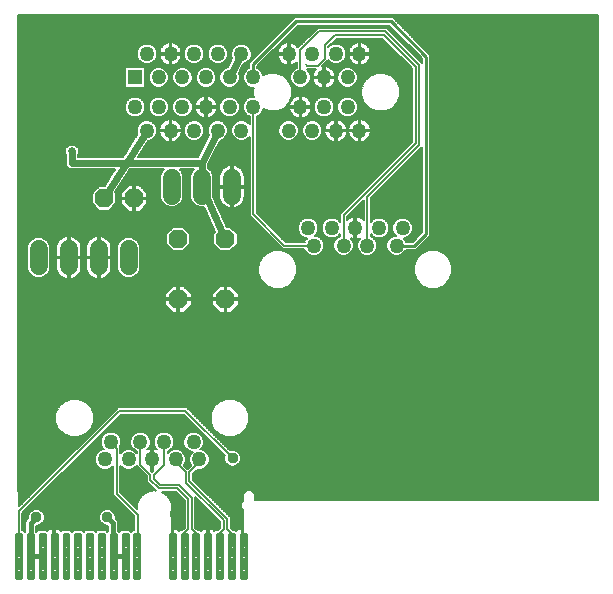
<source format=gbl>
G75*
%MOIN*%
%OFA0B0*%
%FSLAX24Y24*%
%IPPOS*%
%LPD*%
%AMOC8*
5,1,8,0,0,1.08239X$1,22.5*
%
%ADD10C,0.0500*%
%ADD11C,0.0110*%
%ADD12R,0.0500X0.0500*%
%ADD13C,0.0591*%
%ADD14OC8,0.0630*%
%ADD15C,0.0060*%
%ADD16C,0.0376*%
%ADD17C,0.0160*%
%ADD18C,0.0100*%
%ADD19C,0.0260*%
%ADD20C,0.0240*%
D10*
X003221Y004795D03*
X003418Y005385D03*
X004008Y004795D03*
X004402Y005385D03*
X004796Y004795D03*
X005189Y005385D03*
X005583Y004795D03*
X006174Y005385D03*
X006370Y004795D03*
X010189Y011921D03*
X009993Y012511D03*
X010780Y012511D03*
X011174Y011921D03*
X011567Y012511D03*
X011961Y011921D03*
X012355Y012511D03*
X012945Y011921D03*
X013142Y012511D03*
X011705Y015759D03*
X010918Y015759D03*
X010130Y015759D03*
X009343Y015759D03*
X009737Y016547D03*
X010524Y016547D03*
X011311Y016547D03*
X011311Y017531D03*
X010524Y017531D03*
X009737Y017531D03*
X010130Y018319D03*
X009343Y018319D03*
X008162Y017531D03*
X007374Y017531D03*
X006587Y017531D03*
X005800Y017531D03*
X005012Y017531D03*
X004619Y018319D03*
X005406Y018319D03*
X006193Y018319D03*
X006981Y018319D03*
X007768Y018319D03*
X007374Y016547D03*
X006587Y016547D03*
X005800Y016547D03*
X005012Y016547D03*
X004225Y016547D03*
X004619Y015759D03*
X005406Y015759D03*
X006193Y015759D03*
X006981Y015759D03*
X007768Y015759D03*
X008162Y016547D03*
X010918Y018319D03*
X011705Y018319D03*
D11*
X000430Y002302D02*
X000430Y000838D01*
X000264Y000838D01*
X000264Y002302D01*
X000430Y002302D01*
X000430Y000947D02*
X000264Y000947D01*
X000264Y001056D02*
X000430Y001056D01*
X000430Y001165D02*
X000264Y001165D01*
X000264Y001274D02*
X000430Y001274D01*
X000430Y001383D02*
X000264Y001383D01*
X000264Y001492D02*
X000430Y001492D01*
X000430Y001601D02*
X000264Y001601D01*
X000264Y001710D02*
X000430Y001710D01*
X000430Y001819D02*
X000264Y001819D01*
X000264Y001928D02*
X000430Y001928D01*
X000430Y002037D02*
X000264Y002037D01*
X000264Y002146D02*
X000430Y002146D01*
X000430Y002255D02*
X000264Y002255D01*
X000824Y002302D02*
X000824Y000838D01*
X000658Y000838D01*
X000658Y002302D01*
X000824Y002302D01*
X000824Y000947D02*
X000658Y000947D01*
X000658Y001056D02*
X000824Y001056D01*
X000824Y001165D02*
X000658Y001165D01*
X000658Y001274D02*
X000824Y001274D01*
X000824Y001383D02*
X000658Y001383D01*
X000658Y001492D02*
X000824Y001492D01*
X000824Y001601D02*
X000658Y001601D01*
X000658Y001710D02*
X000824Y001710D01*
X000824Y001819D02*
X000658Y001819D01*
X000658Y001928D02*
X000824Y001928D01*
X000824Y002037D02*
X000658Y002037D01*
X000658Y002146D02*
X000824Y002146D01*
X000824Y002255D02*
X000658Y002255D01*
X001217Y002302D02*
X001217Y000838D01*
X001051Y000838D01*
X001051Y002302D01*
X001217Y002302D01*
X001217Y000947D02*
X001051Y000947D01*
X001051Y001056D02*
X001217Y001056D01*
X001217Y001165D02*
X001051Y001165D01*
X001051Y001274D02*
X001217Y001274D01*
X001217Y001383D02*
X001051Y001383D01*
X001051Y001492D02*
X001217Y001492D01*
X001217Y001601D02*
X001051Y001601D01*
X001051Y001710D02*
X001217Y001710D01*
X001217Y001819D02*
X001051Y001819D01*
X001051Y001928D02*
X001217Y001928D01*
X001217Y002037D02*
X001051Y002037D01*
X001051Y002146D02*
X001217Y002146D01*
X001217Y002255D02*
X001051Y002255D01*
X001611Y002302D02*
X001611Y000838D01*
X001445Y000838D01*
X001445Y002302D01*
X001611Y002302D01*
X001611Y000947D02*
X001445Y000947D01*
X001445Y001056D02*
X001611Y001056D01*
X001611Y001165D02*
X001445Y001165D01*
X001445Y001274D02*
X001611Y001274D01*
X001611Y001383D02*
X001445Y001383D01*
X001445Y001492D02*
X001611Y001492D01*
X001611Y001601D02*
X001445Y001601D01*
X001445Y001710D02*
X001611Y001710D01*
X001611Y001819D02*
X001445Y001819D01*
X001445Y001928D02*
X001611Y001928D01*
X001611Y002037D02*
X001445Y002037D01*
X001445Y002146D02*
X001611Y002146D01*
X001611Y002255D02*
X001445Y002255D01*
X002005Y002302D02*
X002005Y000838D01*
X001839Y000838D01*
X001839Y002302D01*
X002005Y002302D01*
X002005Y000947D02*
X001839Y000947D01*
X001839Y001056D02*
X002005Y001056D01*
X002005Y001165D02*
X001839Y001165D01*
X001839Y001274D02*
X002005Y001274D01*
X002005Y001383D02*
X001839Y001383D01*
X001839Y001492D02*
X002005Y001492D01*
X002005Y001601D02*
X001839Y001601D01*
X001839Y001710D02*
X002005Y001710D01*
X002005Y001819D02*
X001839Y001819D01*
X001839Y001928D02*
X002005Y001928D01*
X002005Y002037D02*
X001839Y002037D01*
X001839Y002146D02*
X002005Y002146D01*
X002005Y002255D02*
X001839Y002255D01*
X002398Y002302D02*
X002398Y000838D01*
X002232Y000838D01*
X002232Y002302D01*
X002398Y002302D01*
X002398Y000947D02*
X002232Y000947D01*
X002232Y001056D02*
X002398Y001056D01*
X002398Y001165D02*
X002232Y001165D01*
X002232Y001274D02*
X002398Y001274D01*
X002398Y001383D02*
X002232Y001383D01*
X002232Y001492D02*
X002398Y001492D01*
X002398Y001601D02*
X002232Y001601D01*
X002232Y001710D02*
X002398Y001710D01*
X002398Y001819D02*
X002232Y001819D01*
X002232Y001928D02*
X002398Y001928D01*
X002398Y002037D02*
X002232Y002037D01*
X002232Y002146D02*
X002398Y002146D01*
X002398Y002255D02*
X002232Y002255D01*
X002792Y002302D02*
X002792Y000838D01*
X002626Y000838D01*
X002626Y002302D01*
X002792Y002302D01*
X002792Y000947D02*
X002626Y000947D01*
X002626Y001056D02*
X002792Y001056D01*
X002792Y001165D02*
X002626Y001165D01*
X002626Y001274D02*
X002792Y001274D01*
X002792Y001383D02*
X002626Y001383D01*
X002626Y001492D02*
X002792Y001492D01*
X002792Y001601D02*
X002626Y001601D01*
X002626Y001710D02*
X002792Y001710D01*
X002792Y001819D02*
X002626Y001819D01*
X002626Y001928D02*
X002792Y001928D01*
X002792Y002037D02*
X002626Y002037D01*
X002626Y002146D02*
X002792Y002146D01*
X002792Y002255D02*
X002626Y002255D01*
X003186Y002302D02*
X003186Y000838D01*
X003020Y000838D01*
X003020Y002302D01*
X003186Y002302D01*
X003186Y000947D02*
X003020Y000947D01*
X003020Y001056D02*
X003186Y001056D01*
X003186Y001165D02*
X003020Y001165D01*
X003020Y001274D02*
X003186Y001274D01*
X003186Y001383D02*
X003020Y001383D01*
X003020Y001492D02*
X003186Y001492D01*
X003186Y001601D02*
X003020Y001601D01*
X003020Y001710D02*
X003186Y001710D01*
X003186Y001819D02*
X003020Y001819D01*
X003020Y001928D02*
X003186Y001928D01*
X003186Y002037D02*
X003020Y002037D01*
X003020Y002146D02*
X003186Y002146D01*
X003186Y002255D02*
X003020Y002255D01*
X003579Y002302D02*
X003579Y000838D01*
X003413Y000838D01*
X003413Y002302D01*
X003579Y002302D01*
X003579Y000947D02*
X003413Y000947D01*
X003413Y001056D02*
X003579Y001056D01*
X003579Y001165D02*
X003413Y001165D01*
X003413Y001274D02*
X003579Y001274D01*
X003579Y001383D02*
X003413Y001383D01*
X003413Y001492D02*
X003579Y001492D01*
X003579Y001601D02*
X003413Y001601D01*
X003413Y001710D02*
X003579Y001710D01*
X003579Y001819D02*
X003413Y001819D01*
X003413Y001928D02*
X003579Y001928D01*
X003579Y002037D02*
X003413Y002037D01*
X003413Y002146D02*
X003579Y002146D01*
X003579Y002255D02*
X003413Y002255D01*
X003973Y002302D02*
X003973Y000838D01*
X003807Y000838D01*
X003807Y002302D01*
X003973Y002302D01*
X003973Y000947D02*
X003807Y000947D01*
X003807Y001056D02*
X003973Y001056D01*
X003973Y001165D02*
X003807Y001165D01*
X003807Y001274D02*
X003973Y001274D01*
X003973Y001383D02*
X003807Y001383D01*
X003807Y001492D02*
X003973Y001492D01*
X003973Y001601D02*
X003807Y001601D01*
X003807Y001710D02*
X003973Y001710D01*
X003973Y001819D02*
X003807Y001819D01*
X003807Y001928D02*
X003973Y001928D01*
X003973Y002037D02*
X003807Y002037D01*
X003807Y002146D02*
X003973Y002146D01*
X003973Y002255D02*
X003807Y002255D01*
X004367Y002302D02*
X004367Y000838D01*
X004201Y000838D01*
X004201Y002302D01*
X004367Y002302D01*
X004367Y000947D02*
X004201Y000947D01*
X004201Y001056D02*
X004367Y001056D01*
X004367Y001165D02*
X004201Y001165D01*
X004201Y001274D02*
X004367Y001274D01*
X004367Y001383D02*
X004201Y001383D01*
X004201Y001492D02*
X004367Y001492D01*
X004367Y001601D02*
X004201Y001601D01*
X004201Y001710D02*
X004367Y001710D01*
X004367Y001819D02*
X004201Y001819D01*
X004201Y001928D02*
X004367Y001928D01*
X004367Y002037D02*
X004201Y002037D01*
X004201Y002146D02*
X004367Y002146D01*
X004367Y002255D02*
X004201Y002255D01*
X005548Y002302D02*
X005548Y000838D01*
X005382Y000838D01*
X005382Y002302D01*
X005548Y002302D01*
X005548Y000947D02*
X005382Y000947D01*
X005382Y001056D02*
X005548Y001056D01*
X005548Y001165D02*
X005382Y001165D01*
X005382Y001274D02*
X005548Y001274D01*
X005548Y001383D02*
X005382Y001383D01*
X005382Y001492D02*
X005548Y001492D01*
X005548Y001601D02*
X005382Y001601D01*
X005382Y001710D02*
X005548Y001710D01*
X005548Y001819D02*
X005382Y001819D01*
X005382Y001928D02*
X005548Y001928D01*
X005548Y002037D02*
X005382Y002037D01*
X005382Y002146D02*
X005548Y002146D01*
X005548Y002255D02*
X005382Y002255D01*
X005942Y002302D02*
X005942Y000838D01*
X005776Y000838D01*
X005776Y002302D01*
X005942Y002302D01*
X005942Y000947D02*
X005776Y000947D01*
X005776Y001056D02*
X005942Y001056D01*
X005942Y001165D02*
X005776Y001165D01*
X005776Y001274D02*
X005942Y001274D01*
X005942Y001383D02*
X005776Y001383D01*
X005776Y001492D02*
X005942Y001492D01*
X005942Y001601D02*
X005776Y001601D01*
X005776Y001710D02*
X005942Y001710D01*
X005942Y001819D02*
X005776Y001819D01*
X005776Y001928D02*
X005942Y001928D01*
X005942Y002037D02*
X005776Y002037D01*
X005776Y002146D02*
X005942Y002146D01*
X005942Y002255D02*
X005776Y002255D01*
X006335Y002302D02*
X006335Y000838D01*
X006169Y000838D01*
X006169Y002302D01*
X006335Y002302D01*
X006335Y000947D02*
X006169Y000947D01*
X006169Y001056D02*
X006335Y001056D01*
X006335Y001165D02*
X006169Y001165D01*
X006169Y001274D02*
X006335Y001274D01*
X006335Y001383D02*
X006169Y001383D01*
X006169Y001492D02*
X006335Y001492D01*
X006335Y001601D02*
X006169Y001601D01*
X006169Y001710D02*
X006335Y001710D01*
X006335Y001819D02*
X006169Y001819D01*
X006169Y001928D02*
X006335Y001928D01*
X006335Y002037D02*
X006169Y002037D01*
X006169Y002146D02*
X006335Y002146D01*
X006335Y002255D02*
X006169Y002255D01*
X006729Y002302D02*
X006729Y000838D01*
X006563Y000838D01*
X006563Y002302D01*
X006729Y002302D01*
X006729Y000947D02*
X006563Y000947D01*
X006563Y001056D02*
X006729Y001056D01*
X006729Y001165D02*
X006563Y001165D01*
X006563Y001274D02*
X006729Y001274D01*
X006729Y001383D02*
X006563Y001383D01*
X006563Y001492D02*
X006729Y001492D01*
X006729Y001601D02*
X006563Y001601D01*
X006563Y001710D02*
X006729Y001710D01*
X006729Y001819D02*
X006563Y001819D01*
X006563Y001928D02*
X006729Y001928D01*
X006729Y002037D02*
X006563Y002037D01*
X006563Y002146D02*
X006729Y002146D01*
X006729Y002255D02*
X006563Y002255D01*
X007123Y002302D02*
X007123Y000838D01*
X006957Y000838D01*
X006957Y002302D01*
X007123Y002302D01*
X007123Y000947D02*
X006957Y000947D01*
X006957Y001056D02*
X007123Y001056D01*
X007123Y001165D02*
X006957Y001165D01*
X006957Y001274D02*
X007123Y001274D01*
X007123Y001383D02*
X006957Y001383D01*
X006957Y001492D02*
X007123Y001492D01*
X007123Y001601D02*
X006957Y001601D01*
X006957Y001710D02*
X007123Y001710D01*
X007123Y001819D02*
X006957Y001819D01*
X006957Y001928D02*
X007123Y001928D01*
X007123Y002037D02*
X006957Y002037D01*
X006957Y002146D02*
X007123Y002146D01*
X007123Y002255D02*
X006957Y002255D01*
X007516Y002302D02*
X007516Y000838D01*
X007350Y000838D01*
X007350Y002302D01*
X007516Y002302D01*
X007516Y000947D02*
X007350Y000947D01*
X007350Y001056D02*
X007516Y001056D01*
X007516Y001165D02*
X007350Y001165D01*
X007350Y001274D02*
X007516Y001274D01*
X007516Y001383D02*
X007350Y001383D01*
X007350Y001492D02*
X007516Y001492D01*
X007516Y001601D02*
X007350Y001601D01*
X007350Y001710D02*
X007516Y001710D01*
X007516Y001819D02*
X007350Y001819D01*
X007350Y001928D02*
X007516Y001928D01*
X007516Y002037D02*
X007350Y002037D01*
X007350Y002146D02*
X007516Y002146D01*
X007516Y002255D02*
X007350Y002255D01*
X007910Y002302D02*
X007910Y000838D01*
X007744Y000838D01*
X007744Y002302D01*
X007910Y002302D01*
X007910Y000947D02*
X007744Y000947D01*
X007744Y001056D02*
X007910Y001056D01*
X007910Y001165D02*
X007744Y001165D01*
X007744Y001274D02*
X007910Y001274D01*
X007910Y001383D02*
X007744Y001383D01*
X007744Y001492D02*
X007910Y001492D01*
X007910Y001601D02*
X007744Y001601D01*
X007744Y001710D02*
X007910Y001710D01*
X007910Y001819D02*
X007744Y001819D01*
X007744Y001928D02*
X007910Y001928D01*
X007910Y002037D02*
X007744Y002037D01*
X007744Y002146D02*
X007910Y002146D01*
X007910Y002255D02*
X007744Y002255D01*
D12*
X004225Y017531D03*
D13*
X005449Y014185D02*
X005449Y013594D01*
X006449Y013594D02*
X006449Y014185D01*
X007449Y014185D02*
X007449Y013594D01*
X004012Y011822D02*
X004012Y011232D01*
X003012Y011232D02*
X003012Y011822D01*
X002012Y011822D02*
X002012Y011232D01*
X001012Y011232D02*
X001012Y011822D01*
D14*
X003193Y013496D03*
X004193Y013496D03*
X005662Y012133D03*
X007237Y012133D03*
X007237Y010133D03*
X005662Y010133D03*
D15*
X005692Y010113D02*
X007207Y010113D01*
X007207Y010103D02*
X006792Y010103D01*
X006792Y009949D01*
X007052Y009688D01*
X007207Y009688D01*
X007207Y010103D01*
X007267Y010103D01*
X007267Y010163D01*
X007682Y010163D01*
X007682Y010318D01*
X007421Y010578D01*
X007267Y010578D01*
X007267Y010163D01*
X007207Y010163D01*
X007207Y010103D01*
X007207Y010055D02*
X007267Y010055D01*
X007267Y010103D02*
X007267Y009688D01*
X007421Y009688D01*
X007682Y009949D01*
X007682Y010103D01*
X007267Y010103D01*
X007267Y010113D02*
X019655Y010113D01*
X019655Y010055D02*
X007682Y010055D01*
X007682Y009996D02*
X019655Y009996D01*
X019655Y009938D02*
X007670Y009938D01*
X007612Y009879D02*
X019655Y009879D01*
X019655Y009821D02*
X007553Y009821D01*
X007495Y009762D02*
X019655Y009762D01*
X019655Y009704D02*
X007436Y009704D01*
X007267Y009704D02*
X007207Y009704D01*
X007207Y009762D02*
X007267Y009762D01*
X007267Y009821D02*
X007207Y009821D01*
X007207Y009879D02*
X007267Y009879D01*
X007267Y009938D02*
X007207Y009938D01*
X007207Y009996D02*
X007267Y009996D01*
X007267Y010172D02*
X007207Y010172D01*
X007207Y010163D02*
X007207Y010578D01*
X007052Y010578D01*
X006792Y010318D01*
X006792Y010163D01*
X007207Y010163D01*
X007207Y010230D02*
X007267Y010230D01*
X007267Y010289D02*
X007207Y010289D01*
X007207Y010347D02*
X007267Y010347D01*
X007267Y010406D02*
X007207Y010406D01*
X007207Y010464D02*
X007267Y010464D01*
X007267Y010523D02*
X007207Y010523D01*
X006997Y010523D02*
X005902Y010523D01*
X005846Y010578D02*
X005692Y010578D01*
X005692Y010163D01*
X006107Y010163D01*
X006107Y010318D01*
X005846Y010578D01*
X005960Y010464D02*
X006938Y010464D01*
X006880Y010406D02*
X006019Y010406D01*
X006077Y010347D02*
X006821Y010347D01*
X006792Y010289D02*
X006107Y010289D01*
X006107Y010230D02*
X006792Y010230D01*
X006792Y010172D02*
X006107Y010172D01*
X006107Y010103D02*
X005692Y010103D01*
X005692Y009688D01*
X005846Y009688D01*
X006107Y009949D01*
X006107Y010103D01*
X006107Y010055D02*
X006792Y010055D01*
X006792Y009996D02*
X006107Y009996D01*
X006096Y009938D02*
X006803Y009938D01*
X006861Y009879D02*
X006037Y009879D01*
X005979Y009821D02*
X006920Y009821D01*
X006978Y009762D02*
X005920Y009762D01*
X005862Y009704D02*
X007037Y009704D01*
X007682Y010172D02*
X019655Y010172D01*
X019655Y010230D02*
X007682Y010230D01*
X007682Y010289D02*
X019655Y010289D01*
X019655Y010347D02*
X007652Y010347D01*
X007594Y010406D02*
X019655Y010406D01*
X019655Y010464D02*
X007535Y010464D01*
X007477Y010523D02*
X008776Y010523D01*
X008853Y010491D02*
X008617Y010589D01*
X008436Y010769D01*
X008338Y011006D01*
X008338Y011261D01*
X008436Y011497D01*
X008617Y011678D01*
X008853Y011776D01*
X009109Y011776D01*
X009345Y011678D01*
X009525Y011497D01*
X009623Y011261D01*
X009623Y011006D01*
X009525Y010769D01*
X009345Y010589D01*
X009109Y010491D01*
X008853Y010491D01*
X008634Y010581D02*
X000330Y010581D01*
X000330Y010523D02*
X005422Y010523D01*
X005477Y010578D02*
X005217Y010318D01*
X005217Y010163D01*
X005632Y010163D01*
X005632Y010103D01*
X005692Y010103D01*
X005692Y010163D01*
X005632Y010163D01*
X005632Y010578D01*
X005477Y010578D01*
X005363Y010464D02*
X000330Y010464D01*
X000330Y010406D02*
X005305Y010406D01*
X005246Y010347D02*
X000330Y010347D01*
X000330Y010289D02*
X005217Y010289D01*
X005217Y010230D02*
X000330Y010230D01*
X000330Y010172D02*
X005217Y010172D01*
X005217Y010103D02*
X005217Y009949D01*
X005477Y009688D01*
X005632Y009688D01*
X005632Y010103D01*
X005217Y010103D01*
X005217Y010055D02*
X000330Y010055D01*
X000330Y010113D02*
X005632Y010113D01*
X005632Y010055D02*
X005692Y010055D01*
X005692Y009996D02*
X005632Y009996D01*
X005632Y009938D02*
X005692Y009938D01*
X005692Y009879D02*
X005632Y009879D01*
X005632Y009821D02*
X005692Y009821D01*
X005692Y009762D02*
X005632Y009762D01*
X005632Y009704D02*
X005692Y009704D01*
X005462Y009704D02*
X000330Y009704D01*
X000330Y009762D02*
X005404Y009762D01*
X005345Y009821D02*
X000330Y009821D01*
X000330Y009879D02*
X005287Y009879D01*
X005228Y009938D02*
X000330Y009938D01*
X000330Y009996D02*
X005217Y009996D01*
X005632Y010172D02*
X005692Y010172D01*
X005692Y010230D02*
X005632Y010230D01*
X005632Y010289D02*
X005692Y010289D01*
X005692Y010347D02*
X005632Y010347D01*
X005632Y010406D02*
X005692Y010406D01*
X005692Y010464D02*
X005632Y010464D01*
X005632Y010523D02*
X005692Y010523D01*
X005830Y011728D02*
X005494Y011728D01*
X005257Y011966D01*
X005257Y012301D01*
X005494Y012538D01*
X005830Y012538D01*
X006067Y012301D01*
X006067Y011966D01*
X005830Y011728D01*
X005852Y011751D02*
X007046Y011751D01*
X007069Y011728D02*
X007404Y011728D01*
X007642Y011966D01*
X007642Y012301D01*
X007404Y012538D01*
X007285Y012538D01*
X006834Y013543D01*
X006834Y014261D01*
X006776Y014403D01*
X006667Y014511D01*
X006659Y014515D01*
X006659Y014628D01*
X007048Y015419D01*
X007048Y015419D01*
X007173Y015471D01*
X007269Y015567D01*
X007321Y015692D01*
X007321Y015827D01*
X007269Y015952D01*
X007173Y016048D01*
X007048Y016099D01*
X006913Y016099D01*
X006788Y016048D01*
X006692Y015952D01*
X006641Y015827D01*
X006641Y015692D01*
X006674Y015611D01*
X006318Y014887D01*
X004317Y014887D01*
X004653Y015419D01*
X004686Y015419D01*
X004811Y015471D01*
X004907Y015567D01*
X004959Y015692D01*
X004959Y015827D01*
X004907Y015952D01*
X004811Y016048D01*
X004686Y016099D01*
X004551Y016099D01*
X004426Y016048D01*
X004330Y015952D01*
X004279Y015827D01*
X004279Y015692D01*
X004298Y015645D01*
X003821Y014887D01*
X002329Y014887D01*
X002329Y014969D01*
X003873Y014969D01*
X003909Y015027D02*
X002339Y015027D01*
X002339Y014979D02*
X002339Y015162D01*
X002210Y015290D01*
X002027Y015290D01*
X001899Y015162D01*
X001899Y014979D01*
X001909Y014969D01*
X000330Y014969D01*
X000330Y015027D02*
X001899Y015027D01*
X001909Y014969D02*
X001909Y014590D01*
X002032Y014467D01*
X003557Y014467D01*
X003200Y013901D01*
X003026Y013901D01*
X002788Y013663D01*
X002788Y013328D01*
X003026Y013091D01*
X003361Y013091D01*
X003598Y013328D01*
X003598Y013663D01*
X003567Y013695D01*
X004053Y014467D01*
X005186Y014467D01*
X005123Y014403D01*
X005064Y014261D01*
X005064Y013517D01*
X005123Y013376D01*
X005231Y013267D01*
X005373Y013209D01*
X005526Y013209D01*
X005667Y013267D01*
X005776Y013376D01*
X005834Y013517D01*
X005834Y014261D01*
X005776Y014403D01*
X005712Y014467D01*
X006186Y014467D01*
X006123Y014403D01*
X006064Y014261D01*
X006064Y013517D01*
X006123Y013376D01*
X006231Y013267D01*
X006373Y013209D01*
X006524Y013209D01*
X006900Y012370D01*
X006832Y012301D01*
X006832Y011966D01*
X007069Y011728D01*
X006987Y011810D02*
X005911Y011810D01*
X005969Y011868D02*
X006929Y011868D01*
X006870Y011927D02*
X006028Y011927D01*
X006067Y011985D02*
X006832Y011985D01*
X006832Y012044D02*
X006067Y012044D01*
X006067Y012102D02*
X006832Y012102D01*
X006832Y012161D02*
X006067Y012161D01*
X006067Y012219D02*
X006832Y012219D01*
X006832Y012278D02*
X006067Y012278D01*
X006032Y012336D02*
X006867Y012336D01*
X006889Y012395D02*
X005973Y012395D01*
X005915Y012453D02*
X006863Y012453D01*
X006837Y012512D02*
X005856Y012512D01*
X005467Y012512D02*
X000330Y012512D01*
X000330Y012570D02*
X006811Y012570D01*
X006784Y012629D02*
X000330Y012629D01*
X000330Y012687D02*
X006758Y012687D01*
X006732Y012746D02*
X000330Y012746D01*
X000330Y012804D02*
X006706Y012804D01*
X006679Y012863D02*
X000330Y012863D01*
X000330Y012921D02*
X006653Y012921D01*
X006627Y012980D02*
X000330Y012980D01*
X000330Y013038D02*
X006601Y013038D01*
X006574Y013097D02*
X004424Y013097D01*
X004378Y013051D02*
X004638Y013311D01*
X004638Y013466D01*
X004223Y013466D01*
X004223Y013526D01*
X004163Y013526D01*
X004163Y013941D01*
X004009Y013941D01*
X003748Y013680D01*
X003748Y013526D01*
X004163Y013526D01*
X004163Y013466D01*
X003748Y013466D01*
X003748Y013311D01*
X004009Y013051D01*
X004163Y013051D01*
X004163Y013466D01*
X004223Y013466D01*
X004223Y013051D01*
X004378Y013051D01*
X004482Y013155D02*
X006548Y013155D01*
X006360Y013214D02*
X005538Y013214D01*
X005672Y013272D02*
X006226Y013272D01*
X006168Y013331D02*
X005731Y013331D01*
X005781Y013389D02*
X006117Y013389D01*
X006093Y013448D02*
X005806Y013448D01*
X005830Y013506D02*
X006069Y013506D01*
X006064Y013565D02*
X005834Y013565D01*
X005834Y013623D02*
X006064Y013623D01*
X006064Y013682D02*
X005834Y013682D01*
X005834Y013740D02*
X006064Y013740D01*
X006064Y013799D02*
X005834Y013799D01*
X005834Y013857D02*
X006064Y013857D01*
X006064Y013916D02*
X005834Y013916D01*
X005834Y013974D02*
X006064Y013974D01*
X006064Y014033D02*
X005834Y014033D01*
X005834Y014091D02*
X006064Y014091D01*
X006064Y014150D02*
X005834Y014150D01*
X005834Y014208D02*
X006064Y014208D01*
X006066Y014267D02*
X005832Y014267D01*
X005808Y014325D02*
X006090Y014325D01*
X006115Y014384D02*
X005784Y014384D01*
X005736Y014442D02*
X006162Y014442D01*
X006330Y014910D02*
X004332Y014910D01*
X004369Y014969D02*
X006359Y014969D01*
X006387Y015027D02*
X004406Y015027D01*
X004443Y015086D02*
X006416Y015086D01*
X006445Y015144D02*
X004479Y015144D01*
X004516Y015203D02*
X006474Y015203D01*
X006502Y015261D02*
X004553Y015261D01*
X004590Y015320D02*
X006531Y015320D01*
X006560Y015378D02*
X004627Y015378D01*
X004728Y015437D02*
X005205Y015437D01*
X005226Y015423D02*
X005295Y015394D01*
X005368Y015379D01*
X005376Y015379D01*
X005376Y015729D01*
X005436Y015729D01*
X005436Y015379D01*
X005443Y015379D01*
X005517Y015394D01*
X005586Y015423D01*
X005648Y015464D01*
X005701Y015517D01*
X005743Y015579D01*
X005771Y015649D01*
X005786Y015722D01*
X005786Y015729D01*
X005853Y015729D01*
X005853Y015692D02*
X005905Y015567D01*
X006001Y015471D01*
X006126Y015419D01*
X006261Y015419D01*
X006386Y015471D01*
X006482Y015567D01*
X006533Y015692D01*
X006533Y015827D01*
X006482Y015952D01*
X006386Y016048D01*
X006261Y016099D01*
X006126Y016099D01*
X006001Y016048D01*
X005905Y015952D01*
X005853Y015827D01*
X005853Y015692D01*
X005862Y015671D02*
X005776Y015671D01*
X005786Y015729D02*
X005436Y015729D01*
X005376Y015729D01*
X005026Y015729D01*
X004959Y015729D01*
X004950Y015671D02*
X005036Y015671D01*
X005041Y015649D02*
X005069Y015579D01*
X005111Y015517D01*
X005164Y015464D01*
X005226Y015423D01*
X005133Y015495D02*
X004835Y015495D01*
X004894Y015554D02*
X005086Y015554D01*
X005056Y015612D02*
X004926Y015612D01*
X005041Y015649D02*
X005026Y015722D01*
X005026Y015729D01*
X005026Y015789D02*
X005376Y015789D01*
X005376Y015729D01*
X005376Y015671D02*
X005436Y015671D01*
X005436Y015729D02*
X005436Y015789D01*
X005786Y015789D01*
X005786Y015797D01*
X005771Y015870D01*
X005743Y015939D01*
X005701Y016002D01*
X005648Y016055D01*
X005586Y016096D01*
X005517Y016125D01*
X005443Y016139D01*
X005436Y016139D01*
X005376Y016139D01*
X005376Y015789D01*
X005436Y015789D01*
X005436Y016139D01*
X005446Y016139D02*
X008042Y016139D01*
X008042Y016197D02*
X006736Y016197D01*
X006767Y016210D02*
X006829Y016252D01*
X006882Y016305D01*
X006924Y016367D01*
X006952Y016436D01*
X006967Y016509D01*
X006967Y016517D01*
X006617Y016517D01*
X006617Y016577D01*
X006557Y016577D01*
X006557Y016927D01*
X006550Y016927D01*
X006476Y016912D01*
X006407Y016884D01*
X006345Y016842D01*
X006292Y016789D01*
X006250Y016727D01*
X006222Y016658D01*
X006207Y016584D01*
X006207Y016577D01*
X006557Y016577D01*
X006557Y016517D01*
X006207Y016517D01*
X006207Y016509D01*
X006222Y016436D01*
X006250Y016367D01*
X006292Y016305D01*
X006345Y016252D01*
X006407Y016210D01*
X006476Y016181D01*
X006550Y016167D01*
X006557Y016167D01*
X006557Y016517D01*
X006617Y016517D01*
X006617Y016167D01*
X006624Y016167D01*
X006698Y016181D01*
X006767Y016210D01*
X006833Y016256D02*
X007188Y016256D01*
X007182Y016259D02*
X007307Y016207D01*
X007442Y016207D01*
X007567Y016259D01*
X007663Y016354D01*
X007714Y016479D01*
X007714Y016614D01*
X007663Y016739D01*
X007567Y016835D01*
X007442Y016887D01*
X007307Y016887D01*
X007182Y016835D01*
X007086Y016739D01*
X007034Y016614D01*
X007034Y016479D01*
X007086Y016354D01*
X007182Y016259D01*
X007126Y016314D02*
X006889Y016314D01*
X006926Y016373D02*
X007078Y016373D01*
X007054Y016431D02*
X006950Y016431D01*
X006963Y016490D02*
X007034Y016490D01*
X007034Y016548D02*
X006617Y016548D01*
X006617Y016577D02*
X006967Y016577D01*
X006967Y016584D01*
X006952Y016658D01*
X006924Y016727D01*
X006882Y016789D01*
X006829Y016842D01*
X006767Y016884D01*
X006698Y016912D01*
X006624Y016927D01*
X006617Y016927D01*
X006617Y016577D01*
X006617Y016607D02*
X006557Y016607D01*
X006557Y016665D02*
X006617Y016665D01*
X006617Y016724D02*
X006557Y016724D01*
X006557Y016782D02*
X006617Y016782D01*
X006617Y016841D02*
X006557Y016841D01*
X006557Y016899D02*
X006617Y016899D01*
X006729Y016899D02*
X008174Y016899D01*
X008179Y016887D02*
X008094Y016887D01*
X007969Y016835D01*
X007874Y016739D01*
X007822Y016614D01*
X007822Y016479D01*
X007874Y016354D01*
X007969Y016259D01*
X008042Y016229D01*
X008042Y015967D01*
X007961Y016048D01*
X007836Y016099D01*
X007700Y016099D01*
X007576Y016048D01*
X007480Y015952D01*
X007428Y015827D01*
X007428Y015692D01*
X007480Y015567D01*
X007576Y015471D01*
X007700Y015419D01*
X007836Y015419D01*
X007961Y015471D01*
X008042Y015552D01*
X008042Y012914D01*
X009155Y011801D01*
X009871Y011801D01*
X009901Y011728D01*
X009997Y011633D01*
X010122Y011581D01*
X010257Y011581D01*
X010382Y011633D01*
X010478Y011728D01*
X010529Y011853D01*
X010529Y011988D01*
X010478Y012113D01*
X010382Y012209D01*
X010257Y012261D01*
X010223Y012261D01*
X010281Y012319D01*
X010333Y012444D01*
X010333Y012579D01*
X010281Y012704D01*
X010185Y012800D01*
X010060Y012851D01*
X009925Y012851D01*
X009800Y012800D01*
X009704Y012704D01*
X009653Y012579D01*
X009653Y012444D01*
X009704Y012319D01*
X009800Y012223D01*
X009925Y012171D01*
X009959Y012171D01*
X009901Y012113D01*
X009871Y012041D01*
X009255Y012041D01*
X008282Y013014D01*
X008282Y016229D01*
X008354Y016259D01*
X008450Y016354D01*
X008499Y016473D01*
X008684Y016396D01*
X008939Y016396D01*
X009175Y016494D01*
X009356Y016675D01*
X009454Y016911D01*
X009454Y017167D01*
X009356Y017403D01*
X009175Y017584D01*
X008939Y017682D01*
X008684Y017682D01*
X008499Y017605D01*
X008450Y017724D01*
X008354Y017819D01*
X008302Y017841D01*
X008302Y017906D01*
X009657Y019261D01*
X012690Y019261D01*
X013790Y018162D01*
X013790Y018004D01*
X012677Y019117D01*
X012606Y019187D01*
X012011Y019187D01*
X012008Y019190D01*
X010317Y019190D01*
X010247Y019120D01*
X009658Y018531D01*
X009638Y018561D01*
X009585Y018614D01*
X009523Y018655D01*
X009454Y018684D01*
X009380Y018699D01*
X009373Y018699D01*
X009373Y018349D01*
X009313Y018349D01*
X009313Y018699D01*
X009305Y018699D01*
X009232Y018684D01*
X009163Y018655D01*
X009101Y018614D01*
X009048Y018561D01*
X009006Y018499D01*
X008978Y018429D01*
X008963Y018356D01*
X008963Y018349D01*
X009313Y018349D01*
X009313Y018289D01*
X008963Y018289D01*
X008963Y018281D01*
X008978Y018208D01*
X009006Y018139D01*
X009048Y018076D01*
X009101Y018023D01*
X009163Y017982D01*
X009232Y017953D01*
X009305Y017939D01*
X009313Y017939D01*
X009313Y018288D01*
X009373Y018288D01*
X009373Y017939D01*
X009380Y017939D01*
X009454Y017953D01*
X009523Y017982D01*
X009585Y018023D01*
X009617Y018055D01*
X009617Y017849D01*
X009544Y017819D01*
X009448Y017724D01*
X009397Y017599D01*
X009397Y017463D01*
X009448Y017339D01*
X009544Y017243D01*
X009669Y017191D01*
X009804Y017191D01*
X009929Y017243D01*
X010025Y017339D01*
X010077Y017463D01*
X010077Y017599D01*
X010025Y017724D01*
X009944Y017805D01*
X010260Y017805D01*
X010229Y017773D01*
X010187Y017711D01*
X010159Y017642D01*
X010144Y017569D01*
X010144Y017561D01*
X010494Y017561D01*
X010494Y017501D01*
X010554Y017501D01*
X010554Y017151D01*
X010561Y017151D01*
X010635Y017166D01*
X010704Y017194D01*
X010766Y017236D01*
X010819Y017289D01*
X010861Y017351D01*
X010889Y017420D01*
X010904Y017494D01*
X010904Y017501D01*
X010554Y017501D01*
X010554Y017561D01*
X010904Y017561D01*
X010904Y017569D01*
X010889Y017642D01*
X010861Y017711D01*
X010819Y017773D01*
X010766Y017826D01*
X010704Y017868D01*
X010635Y017896D01*
X010561Y017911D01*
X010554Y017911D01*
X010554Y017561D01*
X010494Y017561D01*
X010494Y017911D01*
X010487Y017911D01*
X010463Y017906D01*
X010656Y018100D01*
X010725Y018030D01*
X010850Y017979D01*
X010985Y017979D01*
X011110Y018030D01*
X011206Y018126D01*
X011258Y018251D01*
X011258Y018386D01*
X011206Y018511D01*
X011110Y018607D01*
X010985Y018659D01*
X010850Y018659D01*
X010725Y018607D01*
X010668Y018549D01*
X010668Y018556D01*
X010939Y018827D01*
X012457Y018827D01*
X013454Y017831D01*
X013454Y015381D01*
X011054Y012981D01*
X011054Y012719D01*
X010973Y012800D01*
X010848Y012851D01*
X010712Y012851D01*
X010587Y012800D01*
X010492Y012704D01*
X010440Y012579D01*
X010440Y012444D01*
X010492Y012319D01*
X010587Y012223D01*
X010712Y012171D01*
X010848Y012171D01*
X010973Y012223D01*
X011054Y012304D01*
X011054Y012239D01*
X010981Y012209D01*
X010885Y012113D01*
X010834Y011988D01*
X010834Y011853D01*
X010885Y011728D01*
X010981Y011633D01*
X011106Y011581D01*
X011241Y011581D01*
X011366Y011633D01*
X011462Y011728D01*
X011514Y011853D01*
X011514Y011988D01*
X011462Y012113D01*
X011410Y012165D01*
X011456Y012146D01*
X011530Y012131D01*
X011537Y012131D01*
X011537Y012481D01*
X011597Y012481D01*
X011597Y012131D01*
X011605Y012131D01*
X011678Y012146D01*
X011725Y012165D01*
X011673Y012113D01*
X011621Y011988D01*
X011621Y011853D01*
X011673Y011728D01*
X011768Y011633D01*
X011893Y011581D01*
X012029Y011581D01*
X012154Y011633D01*
X012249Y011728D01*
X012301Y011853D01*
X012301Y011988D01*
X012249Y012113D01*
X012154Y012209D01*
X012081Y012239D01*
X012081Y012304D01*
X012162Y012223D01*
X012287Y012171D01*
X012422Y012171D01*
X012547Y012223D01*
X012643Y012319D01*
X012695Y012444D01*
X012695Y012579D01*
X012643Y012704D01*
X012547Y012800D01*
X012422Y012851D01*
X012287Y012851D01*
X012162Y012800D01*
X012081Y012719D01*
X012081Y013499D01*
X013744Y015162D01*
X013790Y015207D01*
X013790Y012373D01*
X013478Y012061D01*
X013255Y012061D01*
X013234Y012113D01*
X013176Y012171D01*
X013210Y012171D01*
X013335Y012223D01*
X013430Y012319D01*
X013482Y012444D01*
X013482Y012579D01*
X013430Y012704D01*
X013335Y012800D01*
X013210Y012851D01*
X013074Y012851D01*
X012950Y012800D01*
X012854Y012704D01*
X012802Y012579D01*
X012802Y012444D01*
X012854Y012319D01*
X012912Y012261D01*
X012878Y012261D01*
X012753Y012209D01*
X012657Y012113D01*
X012605Y011988D01*
X012605Y011853D01*
X012657Y011728D01*
X012753Y011633D01*
X012878Y011581D01*
X013013Y011581D01*
X013138Y011633D01*
X013234Y011728D01*
X013255Y011781D01*
X013594Y011781D01*
X013676Y011863D01*
X014070Y012257D01*
X014070Y018278D01*
X013988Y018360D01*
X012806Y019541D01*
X009541Y019541D01*
X009459Y019459D01*
X008022Y018022D01*
X008022Y017841D01*
X007969Y017819D01*
X007874Y017724D01*
X007822Y017599D01*
X007822Y017463D01*
X007874Y017339D01*
X007969Y017243D01*
X008094Y017191D01*
X008179Y017191D01*
X008169Y017167D01*
X008169Y016911D01*
X008179Y016887D01*
X008169Y016958D02*
X000330Y016958D01*
X000330Y017016D02*
X008169Y017016D01*
X008169Y017075D02*
X000330Y017075D01*
X000330Y017133D02*
X008169Y017133D01*
X008092Y017192D02*
X007444Y017192D01*
X007442Y017191D02*
X007567Y017243D01*
X007663Y017339D01*
X007714Y017463D01*
X007714Y017599D01*
X007682Y017677D01*
X007833Y017979D01*
X007836Y017979D01*
X007961Y018030D01*
X008056Y018126D01*
X008108Y018251D01*
X008108Y018386D01*
X008056Y018511D01*
X007961Y018607D01*
X007836Y018659D01*
X007700Y018659D01*
X007576Y018607D01*
X007480Y018511D01*
X007428Y018386D01*
X007428Y018251D01*
X007460Y018173D01*
X007310Y017871D01*
X007307Y017871D01*
X007182Y017819D01*
X007086Y017724D01*
X007034Y017599D01*
X007034Y017463D01*
X007086Y017339D01*
X007182Y017243D01*
X007307Y017191D01*
X007442Y017191D01*
X007305Y017192D02*
X006657Y017192D01*
X006655Y017191D02*
X006780Y017243D01*
X006875Y017339D01*
X006927Y017463D01*
X006927Y017599D01*
X006875Y017724D01*
X006780Y017819D01*
X006655Y017871D01*
X006519Y017871D01*
X006394Y017819D01*
X006299Y017724D01*
X006247Y017599D01*
X006247Y017463D01*
X006299Y017339D01*
X006394Y017243D01*
X006519Y017191D01*
X006655Y017191D01*
X006517Y017192D02*
X005869Y017192D01*
X005867Y017191D02*
X005992Y017243D01*
X006088Y017339D01*
X006140Y017463D01*
X006140Y017599D01*
X006088Y017724D01*
X005992Y017819D01*
X005867Y017871D01*
X005732Y017871D01*
X005607Y017819D01*
X005511Y017724D01*
X005460Y017599D01*
X005460Y017463D01*
X005511Y017339D01*
X005607Y017243D01*
X005732Y017191D01*
X005867Y017191D01*
X005730Y017192D02*
X005082Y017192D01*
X005080Y017191D02*
X005205Y017243D01*
X005300Y017339D01*
X005352Y017463D01*
X005352Y017599D01*
X005300Y017724D01*
X005205Y017819D01*
X005080Y017871D01*
X004945Y017871D01*
X004820Y017819D01*
X004724Y017724D01*
X004672Y017599D01*
X004672Y017463D01*
X004724Y017339D01*
X004820Y017243D01*
X004945Y017191D01*
X005080Y017191D01*
X004943Y017192D02*
X004513Y017192D01*
X004512Y017191D02*
X004565Y017244D01*
X004565Y017818D01*
X004512Y017871D01*
X003938Y017871D01*
X003885Y017818D01*
X003885Y017244D01*
X003938Y017191D01*
X004512Y017191D01*
X004565Y017250D02*
X004812Y017250D01*
X004754Y017309D02*
X004565Y017309D01*
X004565Y017367D02*
X004712Y017367D01*
X004688Y017426D02*
X004565Y017426D01*
X004565Y017484D02*
X004672Y017484D01*
X004672Y017543D02*
X004565Y017543D01*
X004565Y017601D02*
X004673Y017601D01*
X004698Y017660D02*
X004565Y017660D01*
X004565Y017718D02*
X004722Y017718D01*
X004777Y017777D02*
X004565Y017777D01*
X004548Y017835D02*
X004858Y017835D01*
X004764Y018011D02*
X005182Y018011D01*
X005164Y018023D02*
X005226Y017982D01*
X005295Y017953D01*
X005368Y017939D01*
X005376Y017939D01*
X005376Y018288D01*
X005436Y018288D01*
X005436Y017939D01*
X005443Y017939D01*
X005517Y017953D01*
X005586Y017982D01*
X005648Y018023D01*
X005701Y018076D01*
X005743Y018139D01*
X005771Y018208D01*
X005786Y018281D01*
X005786Y018289D01*
X005436Y018289D01*
X005436Y018349D01*
X005376Y018349D01*
X005376Y018699D01*
X005368Y018699D01*
X005295Y018684D01*
X005226Y018655D01*
X005164Y018614D01*
X005111Y018561D01*
X005069Y018499D01*
X005041Y018429D01*
X005026Y018356D01*
X005026Y018349D01*
X005376Y018349D01*
X005376Y018289D01*
X005026Y018289D01*
X005026Y018281D01*
X005041Y018208D01*
X005069Y018139D01*
X005111Y018076D01*
X005164Y018023D01*
X005118Y018069D02*
X004850Y018069D01*
X004811Y018030D02*
X004907Y018126D01*
X004959Y018251D01*
X004959Y018386D01*
X004907Y018511D01*
X004811Y018607D01*
X004686Y018659D01*
X004551Y018659D01*
X004426Y018607D01*
X004330Y018511D01*
X004279Y018386D01*
X004279Y018251D01*
X004330Y018126D01*
X004426Y018030D01*
X004551Y017979D01*
X004686Y017979D01*
X004811Y018030D01*
X004908Y018128D02*
X005076Y018128D01*
X005049Y018186D02*
X004932Y018186D01*
X004956Y018245D02*
X005033Y018245D01*
X004959Y018303D02*
X005376Y018303D01*
X005376Y018245D02*
X005436Y018245D01*
X005436Y018303D02*
X005853Y018303D01*
X005853Y018251D02*
X005905Y018126D01*
X006001Y018030D01*
X006126Y017979D01*
X006261Y017979D01*
X006386Y018030D01*
X006482Y018126D01*
X006533Y018251D01*
X006533Y018386D01*
X006482Y018511D01*
X006386Y018607D01*
X006261Y018659D01*
X006126Y018659D01*
X006001Y018607D01*
X005905Y018511D01*
X005853Y018386D01*
X005853Y018251D01*
X005856Y018245D02*
X005779Y018245D01*
X005763Y018186D02*
X005880Y018186D01*
X005904Y018128D02*
X005736Y018128D01*
X005694Y018069D02*
X005962Y018069D01*
X006047Y018011D02*
X005630Y018011D01*
X005513Y017952D02*
X007350Y017952D01*
X007321Y017894D02*
X000330Y017894D01*
X000330Y017952D02*
X005299Y017952D01*
X005376Y017952D02*
X005436Y017952D01*
X005436Y018011D02*
X005376Y018011D01*
X005376Y018069D02*
X005436Y018069D01*
X005436Y018128D02*
X005376Y018128D01*
X005376Y018186D02*
X005436Y018186D01*
X005436Y018349D02*
X005786Y018349D01*
X005786Y018356D01*
X005771Y018429D01*
X005743Y018499D01*
X005701Y018561D01*
X005648Y018614D01*
X005586Y018655D01*
X005517Y018684D01*
X005443Y018699D01*
X005436Y018699D01*
X005436Y018349D01*
X005436Y018362D02*
X005376Y018362D01*
X005376Y018420D02*
X005436Y018420D01*
X005436Y018479D02*
X005376Y018479D01*
X005376Y018537D02*
X005436Y018537D01*
X005436Y018596D02*
X005376Y018596D01*
X005376Y018654D02*
X005436Y018654D01*
X005587Y018654D02*
X006116Y018654D01*
X005990Y018596D02*
X005666Y018596D01*
X005717Y018537D02*
X005931Y018537D01*
X005892Y018479D02*
X005751Y018479D01*
X005773Y018420D02*
X005868Y018420D01*
X005853Y018362D02*
X005785Y018362D01*
X005225Y018654D02*
X004696Y018654D01*
X004822Y018596D02*
X005146Y018596D01*
X005095Y018537D02*
X004880Y018537D01*
X004920Y018479D02*
X005061Y018479D01*
X005039Y018420D02*
X004944Y018420D01*
X004959Y018362D02*
X005027Y018362D01*
X005166Y017835D02*
X005646Y017835D01*
X005565Y017777D02*
X005247Y017777D01*
X005303Y017718D02*
X005509Y017718D01*
X005485Y017660D02*
X005327Y017660D01*
X005351Y017601D02*
X005461Y017601D01*
X005460Y017543D02*
X005352Y017543D01*
X005352Y017484D02*
X005460Y017484D01*
X005475Y017426D02*
X005337Y017426D01*
X005312Y017367D02*
X005499Y017367D01*
X005541Y017309D02*
X005271Y017309D01*
X005212Y017250D02*
X005599Y017250D01*
X005732Y016887D02*
X005607Y016835D01*
X005511Y016739D01*
X005460Y016614D01*
X005460Y016479D01*
X005511Y016354D01*
X005607Y016259D01*
X005732Y016207D01*
X005867Y016207D01*
X005992Y016259D01*
X006088Y016354D01*
X006140Y016479D01*
X006140Y016614D01*
X006088Y016739D01*
X005992Y016835D01*
X005867Y016887D01*
X005732Y016887D01*
X005621Y016841D02*
X005191Y016841D01*
X005205Y016835D02*
X005080Y016887D01*
X004945Y016887D01*
X004820Y016835D01*
X004724Y016739D01*
X004672Y016614D01*
X004672Y016479D01*
X004724Y016354D01*
X004820Y016259D01*
X004945Y016207D01*
X005080Y016207D01*
X005205Y016259D01*
X005300Y016354D01*
X005352Y016479D01*
X005352Y016614D01*
X005300Y016739D01*
X005205Y016835D01*
X005257Y016782D02*
X005554Y016782D01*
X005505Y016724D02*
X005307Y016724D01*
X005331Y016665D02*
X005481Y016665D01*
X005460Y016607D02*
X005352Y016607D01*
X005352Y016548D02*
X005460Y016548D01*
X005460Y016490D02*
X005352Y016490D01*
X005332Y016431D02*
X005479Y016431D01*
X005504Y016373D02*
X005308Y016373D01*
X005261Y016314D02*
X005551Y016314D01*
X005614Y016256D02*
X005198Y016256D01*
X005226Y016096D02*
X005164Y016055D01*
X005111Y016002D01*
X005069Y015939D01*
X005041Y015870D01*
X005026Y015797D01*
X005026Y015789D01*
X005036Y015846D02*
X004950Y015846D01*
X004959Y015788D02*
X005376Y015788D01*
X005376Y015846D02*
X005436Y015846D01*
X005436Y015788D02*
X005853Y015788D01*
X005861Y015846D02*
X005776Y015846D01*
X005757Y015905D02*
X005886Y015905D01*
X005916Y015963D02*
X005727Y015963D01*
X005681Y016022D02*
X005975Y016022D01*
X006080Y016080D02*
X005610Y016080D01*
X005436Y016080D02*
X005376Y016080D01*
X005376Y016022D02*
X005436Y016022D01*
X005436Y015963D02*
X005376Y015963D01*
X005376Y015905D02*
X005436Y015905D01*
X005368Y016139D02*
X005295Y016125D01*
X005226Y016096D01*
X005202Y016080D02*
X004732Y016080D01*
X004837Y016022D02*
X005131Y016022D01*
X005085Y015963D02*
X004895Y015963D01*
X004926Y015905D02*
X005055Y015905D01*
X005366Y016139D02*
X000330Y016139D01*
X000330Y016197D02*
X006438Y016197D01*
X006341Y016256D02*
X005986Y016256D01*
X006048Y016314D02*
X006285Y016314D01*
X006248Y016373D02*
X006096Y016373D01*
X006120Y016431D02*
X006224Y016431D01*
X006211Y016490D02*
X006140Y016490D01*
X006140Y016548D02*
X006557Y016548D01*
X006557Y016490D02*
X006617Y016490D01*
X006617Y016431D02*
X006557Y016431D01*
X006557Y016373D02*
X006617Y016373D01*
X006617Y016314D02*
X006557Y016314D01*
X006557Y016256D02*
X006617Y016256D01*
X006617Y016197D02*
X006557Y016197D01*
X006412Y016022D02*
X006762Y016022D01*
X006704Y015963D02*
X006470Y015963D01*
X006501Y015905D02*
X006673Y015905D01*
X006649Y015846D02*
X006525Y015846D01*
X006533Y015788D02*
X006641Y015788D01*
X006641Y015729D02*
X006533Y015729D01*
X006525Y015671D02*
X006649Y015671D01*
X006674Y015612D02*
X006500Y015612D01*
X006469Y015554D02*
X006646Y015554D01*
X006617Y015495D02*
X006410Y015495D01*
X006303Y015437D02*
X006588Y015437D01*
X006970Y015261D02*
X008042Y015261D01*
X008042Y015203D02*
X006941Y015203D01*
X006913Y015144D02*
X008042Y015144D01*
X008042Y015086D02*
X006884Y015086D01*
X006855Y015027D02*
X008042Y015027D01*
X008042Y014969D02*
X006827Y014969D01*
X006798Y014910D02*
X008042Y014910D01*
X008042Y014852D02*
X006769Y014852D01*
X006740Y014793D02*
X008042Y014793D01*
X008042Y014735D02*
X006712Y014735D01*
X006683Y014676D02*
X008042Y014676D01*
X008042Y014618D02*
X006659Y014618D01*
X006659Y014559D02*
X007248Y014559D01*
X007226Y014548D02*
X007172Y014509D01*
X007125Y014462D01*
X007085Y014408D01*
X007055Y014348D01*
X007034Y014284D01*
X007024Y014218D01*
X007024Y013919D01*
X007419Y013919D01*
X007419Y013859D01*
X007479Y013859D01*
X007479Y013169D01*
X007483Y013169D01*
X007549Y013179D01*
X007612Y013200D01*
X007672Y013230D01*
X007726Y013270D01*
X007774Y013317D01*
X007813Y013371D01*
X007843Y013431D01*
X007864Y013495D01*
X007874Y013561D01*
X007874Y013859D01*
X007479Y013859D01*
X007479Y013919D01*
X007874Y013919D01*
X007874Y014218D01*
X007864Y014284D01*
X007843Y014348D01*
X007813Y014408D01*
X007774Y014462D01*
X007726Y014509D01*
X007672Y014548D01*
X007612Y014579D01*
X007549Y014599D01*
X007483Y014610D01*
X007479Y014610D01*
X007479Y013919D01*
X007419Y013919D01*
X007419Y014610D01*
X007416Y014610D01*
X007350Y014599D01*
X007286Y014579D01*
X007226Y014548D01*
X007164Y014501D02*
X006678Y014501D01*
X006736Y014442D02*
X007111Y014442D01*
X007073Y014384D02*
X006784Y014384D01*
X006808Y014325D02*
X007048Y014325D01*
X007032Y014267D02*
X006832Y014267D01*
X006834Y014208D02*
X007024Y014208D01*
X007024Y014150D02*
X006834Y014150D01*
X006834Y014091D02*
X007024Y014091D01*
X007024Y014033D02*
X006834Y014033D01*
X006834Y013974D02*
X007024Y013974D01*
X007024Y013859D02*
X007024Y013561D01*
X007034Y013495D01*
X007055Y013431D01*
X007085Y013371D01*
X007125Y013317D01*
X007172Y013270D01*
X007226Y013230D01*
X007286Y013200D01*
X007350Y013179D01*
X007416Y013169D01*
X007419Y013169D01*
X007419Y013859D01*
X007024Y013859D01*
X007024Y013857D02*
X006834Y013857D01*
X006834Y013799D02*
X007024Y013799D01*
X007024Y013740D02*
X006834Y013740D01*
X006834Y013682D02*
X007024Y013682D01*
X007024Y013623D02*
X006834Y013623D01*
X006834Y013565D02*
X007024Y013565D01*
X007033Y013506D02*
X006851Y013506D01*
X006877Y013448D02*
X007050Y013448D01*
X007076Y013389D02*
X006904Y013389D01*
X006930Y013331D02*
X007115Y013331D01*
X007169Y013272D02*
X006956Y013272D01*
X006982Y013214D02*
X007259Y013214D01*
X007419Y013214D02*
X007479Y013214D01*
X007479Y013272D02*
X007419Y013272D01*
X007419Y013331D02*
X007479Y013331D01*
X007479Y013389D02*
X007419Y013389D01*
X007419Y013448D02*
X007479Y013448D01*
X007479Y013506D02*
X007419Y013506D01*
X007419Y013565D02*
X007479Y013565D01*
X007479Y013623D02*
X007419Y013623D01*
X007419Y013682D02*
X007479Y013682D01*
X007479Y013740D02*
X007419Y013740D01*
X007419Y013799D02*
X007479Y013799D01*
X007479Y013857D02*
X007419Y013857D01*
X007419Y013916D02*
X006834Y013916D01*
X007419Y013974D02*
X007479Y013974D01*
X007479Y013916D02*
X008042Y013916D01*
X008042Y013974D02*
X007874Y013974D01*
X007874Y014033D02*
X008042Y014033D01*
X008042Y014091D02*
X007874Y014091D01*
X007874Y014150D02*
X008042Y014150D01*
X008042Y014208D02*
X007874Y014208D01*
X007867Y014267D02*
X008042Y014267D01*
X008042Y014325D02*
X007851Y014325D01*
X007825Y014384D02*
X008042Y014384D01*
X008042Y014442D02*
X007788Y014442D01*
X007734Y014501D02*
X008042Y014501D01*
X008042Y014559D02*
X007650Y014559D01*
X007479Y014559D02*
X007419Y014559D01*
X007419Y014501D02*
X007479Y014501D01*
X007479Y014442D02*
X007419Y014442D01*
X007419Y014384D02*
X007479Y014384D01*
X007479Y014325D02*
X007419Y014325D01*
X007419Y014267D02*
X007479Y014267D01*
X007479Y014208D02*
X007419Y014208D01*
X007419Y014150D02*
X007479Y014150D01*
X007479Y014091D02*
X007419Y014091D01*
X007419Y014033D02*
X007479Y014033D01*
X007874Y013857D02*
X008042Y013857D01*
X008042Y013799D02*
X007874Y013799D01*
X007874Y013740D02*
X008042Y013740D01*
X008042Y013682D02*
X007874Y013682D01*
X007874Y013623D02*
X008042Y013623D01*
X008042Y013565D02*
X007874Y013565D01*
X007866Y013506D02*
X008042Y013506D01*
X008042Y013448D02*
X007849Y013448D01*
X007822Y013389D02*
X008042Y013389D01*
X008042Y013331D02*
X007784Y013331D01*
X007729Y013272D02*
X008042Y013272D01*
X008042Y013214D02*
X007640Y013214D01*
X008042Y013155D02*
X007008Y013155D01*
X007035Y013097D02*
X008042Y013097D01*
X008042Y013038D02*
X007061Y013038D01*
X007087Y012980D02*
X008042Y012980D01*
X008042Y012921D02*
X007113Y012921D01*
X007140Y012863D02*
X008093Y012863D01*
X008152Y012804D02*
X007166Y012804D01*
X007192Y012746D02*
X008210Y012746D01*
X008269Y012687D02*
X007218Y012687D01*
X007245Y012629D02*
X008327Y012629D01*
X008386Y012570D02*
X007271Y012570D01*
X007431Y012512D02*
X008444Y012512D01*
X008503Y012453D02*
X007489Y012453D01*
X007548Y012395D02*
X008561Y012395D01*
X008620Y012336D02*
X007606Y012336D01*
X007642Y012278D02*
X008678Y012278D01*
X008737Y012219D02*
X007642Y012219D01*
X007642Y012161D02*
X008795Y012161D01*
X008854Y012102D02*
X007642Y012102D01*
X007642Y012044D02*
X008912Y012044D01*
X008971Y011985D02*
X007642Y011985D01*
X007603Y011927D02*
X009029Y011927D01*
X009088Y011868D02*
X007544Y011868D01*
X007486Y011810D02*
X009146Y011810D01*
X009168Y011751D02*
X009892Y011751D01*
X009937Y011693D02*
X009309Y011693D01*
X009389Y011634D02*
X009995Y011634D01*
X010189Y011921D02*
X009205Y011921D01*
X008162Y012964D01*
X008162Y016547D01*
X007917Y016782D02*
X007620Y016782D01*
X007669Y016724D02*
X007867Y016724D01*
X007843Y016665D02*
X007693Y016665D01*
X007714Y016607D02*
X007822Y016607D01*
X007822Y016548D02*
X007714Y016548D01*
X007714Y016490D02*
X007822Y016490D01*
X007842Y016431D02*
X007695Y016431D01*
X007670Y016373D02*
X007866Y016373D01*
X007913Y016314D02*
X007623Y016314D01*
X007560Y016256D02*
X007976Y016256D01*
X008042Y016080D02*
X007882Y016080D01*
X007986Y016022D02*
X008042Y016022D01*
X008282Y016022D02*
X009125Y016022D01*
X009150Y016048D02*
X009055Y015952D01*
X009003Y015827D01*
X009003Y015692D01*
X009055Y015567D01*
X009150Y015471D01*
X009275Y015419D01*
X009411Y015419D01*
X009536Y015471D01*
X009631Y015567D01*
X009683Y015692D01*
X009683Y015827D01*
X009631Y015952D01*
X009536Y016048D01*
X009411Y016099D01*
X009275Y016099D01*
X009150Y016048D01*
X009229Y016080D02*
X008282Y016080D01*
X008282Y016139D02*
X010878Y016139D01*
X010880Y016139D02*
X010807Y016125D01*
X010738Y016096D01*
X010675Y016055D01*
X010623Y016002D01*
X010581Y015939D01*
X010552Y015870D01*
X010538Y015797D01*
X010538Y015789D01*
X010888Y015789D01*
X010888Y015729D01*
X010948Y015729D01*
X010948Y015379D01*
X010955Y015379D01*
X011029Y015394D01*
X011098Y015423D01*
X011160Y015464D01*
X011213Y015517D01*
X011254Y015579D01*
X011283Y015649D01*
X011298Y015722D01*
X011298Y015729D01*
X011325Y015729D01*
X011325Y015722D01*
X011340Y015649D01*
X011368Y015579D01*
X011410Y015517D01*
X011463Y015464D01*
X011525Y015423D01*
X011594Y015394D01*
X011668Y015379D01*
X011675Y015379D01*
X011675Y015729D01*
X011735Y015729D01*
X011735Y015379D01*
X011743Y015379D01*
X011816Y015394D01*
X011885Y015423D01*
X011947Y015464D01*
X012000Y015517D01*
X012042Y015579D01*
X012071Y015649D01*
X012085Y015722D01*
X012085Y015729D01*
X013454Y015729D01*
X013454Y015671D02*
X012075Y015671D01*
X012085Y015729D02*
X011735Y015729D01*
X011675Y015729D01*
X011325Y015729D01*
X011298Y015729D02*
X010948Y015729D01*
X010888Y015729D01*
X010888Y015379D01*
X010880Y015379D01*
X010807Y015394D01*
X010738Y015423D01*
X010675Y015464D01*
X010623Y015517D01*
X010581Y015579D01*
X010552Y015649D01*
X010538Y015722D01*
X010538Y015729D01*
X010470Y015729D01*
X010470Y015692D02*
X010419Y015567D01*
X010323Y015471D01*
X010198Y015419D01*
X010063Y015419D01*
X009938Y015471D01*
X009842Y015567D01*
X009790Y015692D01*
X009790Y015827D01*
X009842Y015952D01*
X009938Y016048D01*
X010063Y016099D01*
X010198Y016099D01*
X010323Y016048D01*
X010419Y015952D01*
X010470Y015827D01*
X010470Y015692D01*
X010462Y015671D02*
X010548Y015671D01*
X010538Y015729D02*
X010888Y015729D01*
X010888Y015671D02*
X010948Y015671D01*
X010948Y015729D02*
X010948Y015789D01*
X011298Y015789D01*
X011298Y015797D01*
X011283Y015870D01*
X011254Y015939D01*
X011213Y016002D01*
X011160Y016055D01*
X011098Y016096D01*
X011029Y016125D01*
X010955Y016139D01*
X010948Y016139D01*
X010888Y016139D01*
X010888Y015789D01*
X010948Y015789D01*
X010948Y016139D01*
X010958Y016139D02*
X011665Y016139D01*
X011668Y016139D02*
X011594Y016125D01*
X011525Y016096D01*
X011463Y016055D01*
X011410Y016002D01*
X011368Y015939D01*
X011340Y015870D01*
X011325Y015797D01*
X011325Y015789D01*
X011675Y015789D01*
X011675Y015729D01*
X011675Y015671D02*
X011735Y015671D01*
X011735Y015729D02*
X011735Y015789D01*
X012085Y015789D01*
X012085Y015797D01*
X012071Y015870D01*
X012042Y015939D01*
X012000Y016002D01*
X011947Y016055D01*
X011885Y016096D01*
X011816Y016125D01*
X011743Y016139D01*
X011735Y016139D01*
X011675Y016139D01*
X011675Y015789D01*
X011735Y015789D01*
X011735Y016139D01*
X011745Y016139D02*
X013454Y016139D01*
X013454Y016197D02*
X009886Y016197D01*
X009917Y016210D02*
X009979Y016252D01*
X010032Y016305D01*
X010073Y016367D01*
X010102Y016436D01*
X010117Y016509D01*
X010117Y016517D01*
X009767Y016517D01*
X009767Y016577D01*
X010117Y016577D01*
X010117Y016584D01*
X010102Y016658D01*
X010073Y016727D01*
X010032Y016789D01*
X009979Y016842D01*
X009917Y016884D01*
X009847Y016912D01*
X009774Y016927D01*
X009767Y016927D01*
X009767Y016577D01*
X009707Y016577D01*
X009707Y016927D01*
X009699Y016927D01*
X009626Y016912D01*
X009557Y016884D01*
X009494Y016842D01*
X009441Y016789D01*
X009400Y016727D01*
X009371Y016658D01*
X009357Y016584D01*
X009357Y016577D01*
X009707Y016577D01*
X009707Y016517D01*
X009767Y016517D01*
X009767Y016167D01*
X009774Y016167D01*
X009847Y016181D01*
X009917Y016210D01*
X009983Y016256D02*
X010338Y016256D01*
X010331Y016259D02*
X010456Y016207D01*
X010592Y016207D01*
X010717Y016259D01*
X010812Y016354D01*
X010864Y016479D01*
X010864Y016614D01*
X010812Y016739D01*
X010717Y016835D01*
X010592Y016887D01*
X010456Y016887D01*
X010331Y016835D01*
X010236Y016739D01*
X010184Y016614D01*
X010184Y016479D01*
X010236Y016354D01*
X010331Y016259D01*
X010276Y016314D02*
X010038Y016314D01*
X010076Y016373D02*
X010228Y016373D01*
X010204Y016431D02*
X010100Y016431D01*
X010113Y016490D02*
X010184Y016490D01*
X010184Y016548D02*
X009767Y016548D01*
X009767Y016490D02*
X009707Y016490D01*
X009707Y016517D02*
X009707Y016167D01*
X009699Y016167D01*
X009626Y016181D01*
X009557Y016210D01*
X009494Y016252D01*
X009441Y016305D01*
X009400Y016367D01*
X009371Y016436D01*
X009357Y016509D01*
X009357Y016517D01*
X009707Y016517D01*
X009707Y016548D02*
X009230Y016548D01*
X009288Y016607D02*
X009361Y016607D01*
X009347Y016665D02*
X009374Y016665D01*
X009376Y016724D02*
X009399Y016724D01*
X009401Y016782D02*
X009437Y016782D01*
X009425Y016841D02*
X009493Y016841D01*
X009449Y016899D02*
X009595Y016899D01*
X009707Y016899D02*
X009767Y016899D01*
X009767Y016841D02*
X009707Y016841D01*
X009707Y016782D02*
X009767Y016782D01*
X009767Y016724D02*
X009707Y016724D01*
X009707Y016665D02*
X009767Y016665D01*
X009767Y016607D02*
X009707Y016607D01*
X009707Y016431D02*
X009767Y016431D01*
X009767Y016373D02*
X009707Y016373D01*
X009707Y016314D02*
X009767Y016314D01*
X009767Y016256D02*
X009707Y016256D01*
X009707Y016197D02*
X009767Y016197D01*
X009587Y016197D02*
X008282Y016197D01*
X008348Y016256D02*
X009490Y016256D01*
X009435Y016314D02*
X008410Y016314D01*
X008458Y016373D02*
X009397Y016373D01*
X009373Y016431D02*
X009024Y016431D01*
X009165Y016490D02*
X009360Y016490D01*
X009457Y016080D02*
X010017Y016080D01*
X009912Y016022D02*
X009561Y016022D01*
X009620Y015963D02*
X009853Y015963D01*
X009823Y015905D02*
X009651Y015905D01*
X009675Y015846D02*
X009798Y015846D01*
X009790Y015788D02*
X009683Y015788D01*
X009683Y015729D02*
X009790Y015729D01*
X009799Y015671D02*
X009674Y015671D01*
X009650Y015612D02*
X009823Y015612D01*
X009855Y015554D02*
X009618Y015554D01*
X009560Y015495D02*
X009914Y015495D01*
X010021Y015437D02*
X009453Y015437D01*
X009233Y015437D02*
X008282Y015437D01*
X008282Y015495D02*
X009126Y015495D01*
X009068Y015554D02*
X008282Y015554D01*
X008282Y015612D02*
X009036Y015612D01*
X009012Y015671D02*
X008282Y015671D01*
X008282Y015729D02*
X009003Y015729D01*
X009003Y015788D02*
X008282Y015788D01*
X008282Y015846D02*
X009011Y015846D01*
X009035Y015905D02*
X008282Y015905D01*
X008282Y015963D02*
X009066Y015963D01*
X008599Y016431D02*
X008482Y016431D01*
X007983Y016841D02*
X007553Y016841D01*
X007196Y016841D02*
X006830Y016841D01*
X006887Y016782D02*
X007129Y016782D01*
X007080Y016724D02*
X006925Y016724D01*
X006949Y016665D02*
X007056Y016665D01*
X007034Y016607D02*
X006963Y016607D01*
X006445Y016899D02*
X000330Y016899D01*
X000330Y016841D02*
X004046Y016841D01*
X004032Y016835D02*
X003937Y016739D01*
X003885Y016614D01*
X003885Y016479D01*
X003937Y016354D01*
X004032Y016259D01*
X004157Y016207D01*
X004292Y016207D01*
X004417Y016259D01*
X004513Y016354D01*
X004565Y016479D01*
X004565Y016614D01*
X004513Y016739D01*
X004417Y016835D01*
X004292Y016887D01*
X004157Y016887D01*
X004032Y016835D01*
X003980Y016782D02*
X000330Y016782D01*
X000330Y016724D02*
X003930Y016724D01*
X003906Y016665D02*
X000330Y016665D01*
X000330Y016607D02*
X003885Y016607D01*
X003885Y016548D02*
X000330Y016548D01*
X000330Y016490D02*
X003885Y016490D01*
X003905Y016431D02*
X000330Y016431D01*
X000330Y016373D02*
X003929Y016373D01*
X003976Y016314D02*
X000330Y016314D01*
X000330Y016256D02*
X004039Y016256D01*
X004342Y015963D02*
X000330Y015963D01*
X000330Y015905D02*
X004311Y015905D01*
X004287Y015846D02*
X000330Y015846D01*
X000330Y015788D02*
X004279Y015788D01*
X004279Y015729D02*
X000330Y015729D01*
X000330Y015671D02*
X004287Y015671D01*
X004278Y015612D02*
X000330Y015612D01*
X000330Y015554D02*
X004241Y015554D01*
X004204Y015495D02*
X000330Y015495D01*
X000330Y015437D02*
X004167Y015437D01*
X004130Y015378D02*
X000330Y015378D01*
X000330Y015320D02*
X004094Y015320D01*
X004057Y015261D02*
X002239Y015261D01*
X002297Y015203D02*
X004020Y015203D01*
X003983Y015144D02*
X002339Y015144D01*
X002339Y015086D02*
X003946Y015086D01*
X003836Y014910D02*
X002329Y014910D01*
X002329Y014969D02*
X002339Y014979D01*
X001998Y015261D02*
X000330Y015261D01*
X000330Y015203D02*
X001940Y015203D01*
X001899Y015144D02*
X000330Y015144D01*
X000330Y015086D02*
X001899Y015086D01*
X001909Y014910D02*
X000330Y014910D01*
X000330Y014852D02*
X001909Y014852D01*
X001909Y014793D02*
X000330Y014793D01*
X000330Y014735D02*
X001909Y014735D01*
X001909Y014676D02*
X000330Y014676D01*
X000330Y014618D02*
X001909Y014618D01*
X001939Y014559D02*
X000330Y014559D01*
X000330Y014501D02*
X001997Y014501D01*
X002807Y013682D02*
X000330Y013682D01*
X000330Y013740D02*
X002865Y013740D01*
X002924Y013799D02*
X000330Y013799D01*
X000330Y013857D02*
X002982Y013857D01*
X002788Y013623D02*
X000330Y013623D01*
X000330Y013565D02*
X002788Y013565D01*
X002788Y013506D02*
X000330Y013506D01*
X000330Y013448D02*
X002788Y013448D01*
X002788Y013389D02*
X000330Y013389D01*
X000330Y013331D02*
X002788Y013331D01*
X002844Y013272D02*
X000330Y013272D01*
X000330Y013214D02*
X002902Y013214D01*
X002961Y013155D02*
X000330Y013155D01*
X000330Y013097D02*
X003019Y013097D01*
X003367Y013097D02*
X003963Y013097D01*
X003904Y013155D02*
X003426Y013155D01*
X003484Y013214D02*
X003846Y013214D01*
X003787Y013272D02*
X003543Y013272D01*
X003598Y013331D02*
X003748Y013331D01*
X003748Y013389D02*
X003598Y013389D01*
X003598Y013448D02*
X003748Y013448D01*
X003748Y013565D02*
X003598Y013565D01*
X003598Y013623D02*
X003748Y013623D01*
X003750Y013682D02*
X003580Y013682D01*
X003596Y013740D02*
X003809Y013740D01*
X003867Y013799D02*
X003632Y013799D01*
X003669Y013857D02*
X003926Y013857D01*
X003984Y013916D02*
X003706Y013916D01*
X003743Y013974D02*
X005064Y013974D01*
X005064Y013916D02*
X004402Y013916D01*
X004378Y013941D02*
X004638Y013680D01*
X004638Y013526D01*
X004223Y013526D01*
X004223Y013941D01*
X004378Y013941D01*
X004461Y013857D02*
X005064Y013857D01*
X005064Y013799D02*
X004519Y013799D01*
X004578Y013740D02*
X005064Y013740D01*
X005064Y013682D02*
X004636Y013682D01*
X004638Y013623D02*
X005064Y013623D01*
X005064Y013565D02*
X004638Y013565D01*
X004638Y013448D02*
X005093Y013448D01*
X005117Y013389D02*
X004638Y013389D01*
X004638Y013331D02*
X005168Y013331D01*
X005226Y013272D02*
X004599Y013272D01*
X004541Y013214D02*
X005360Y013214D01*
X005069Y013506D02*
X004223Y013506D01*
X004223Y013448D02*
X004163Y013448D01*
X004163Y013506D02*
X003598Y013506D01*
X003210Y013916D02*
X000330Y013916D01*
X000330Y013974D02*
X003247Y013974D01*
X003283Y014033D02*
X000330Y014033D01*
X000330Y014091D02*
X003320Y014091D01*
X003357Y014150D02*
X000330Y014150D01*
X000330Y014208D02*
X003394Y014208D01*
X003431Y014267D02*
X000330Y014267D01*
X000330Y014325D02*
X003468Y014325D01*
X003504Y014384D02*
X000330Y014384D01*
X000330Y014442D02*
X003541Y014442D01*
X003890Y014208D02*
X005064Y014208D01*
X005064Y014150D02*
X003853Y014150D01*
X003817Y014091D02*
X005064Y014091D01*
X005064Y014033D02*
X003780Y014033D01*
X003927Y014267D02*
X005066Y014267D01*
X005090Y014325D02*
X003964Y014325D01*
X004001Y014384D02*
X005115Y014384D01*
X005162Y014442D02*
X004037Y014442D01*
X004163Y013916D02*
X004223Y013916D01*
X004223Y013857D02*
X004163Y013857D01*
X004163Y013799D02*
X004223Y013799D01*
X004223Y013740D02*
X004163Y013740D01*
X004163Y013682D02*
X004223Y013682D01*
X004223Y013623D02*
X004163Y013623D01*
X004163Y013565D02*
X004223Y013565D01*
X004223Y013389D02*
X004163Y013389D01*
X004163Y013331D02*
X004223Y013331D01*
X004223Y013272D02*
X004163Y013272D01*
X004163Y013214D02*
X004223Y013214D01*
X004223Y013155D02*
X004163Y013155D01*
X004163Y013097D02*
X004223Y013097D01*
X004089Y012208D02*
X003936Y012208D01*
X003794Y012149D01*
X003686Y012041D01*
X003627Y011899D01*
X003627Y011155D01*
X003686Y011014D01*
X003794Y010905D01*
X003936Y010847D01*
X004089Y010847D01*
X004230Y010905D01*
X004339Y011014D01*
X004397Y011155D01*
X004397Y011899D01*
X004339Y012041D01*
X004230Y012149D01*
X004089Y012208D01*
X004202Y012161D02*
X005257Y012161D01*
X005257Y012219D02*
X003167Y012219D01*
X003175Y012217D02*
X003112Y012237D01*
X003046Y012248D01*
X003042Y012248D01*
X003042Y011557D01*
X002982Y011557D01*
X002982Y011497D01*
X002587Y011497D01*
X002587Y011198D01*
X002597Y011132D01*
X002618Y011069D01*
X002648Y011009D01*
X002688Y010955D01*
X002735Y010908D01*
X002789Y010868D01*
X002849Y010838D01*
X002913Y010817D01*
X002979Y010807D01*
X002982Y010807D01*
X002982Y011497D01*
X003042Y011497D01*
X003042Y010807D01*
X003046Y010807D01*
X003112Y010817D01*
X003175Y010838D01*
X003235Y010868D01*
X003289Y010908D01*
X003337Y010955D01*
X003376Y011009D01*
X003406Y011069D01*
X003427Y011132D01*
X003437Y011198D01*
X003437Y011497D01*
X003042Y011497D01*
X003042Y011557D01*
X003437Y011557D01*
X003437Y011856D01*
X003427Y011922D01*
X003406Y011986D01*
X003376Y012045D01*
X003337Y012099D01*
X003289Y012147D01*
X003235Y012186D01*
X003175Y012217D01*
X003270Y012161D02*
X003823Y012161D01*
X003747Y012102D02*
X003334Y012102D01*
X003377Y012044D02*
X003689Y012044D01*
X003663Y011985D02*
X003406Y011985D01*
X003425Y011927D02*
X003638Y011927D01*
X003627Y011868D02*
X003436Y011868D01*
X003437Y011810D02*
X003627Y011810D01*
X003627Y011751D02*
X003437Y011751D01*
X003437Y011693D02*
X003627Y011693D01*
X003627Y011634D02*
X003437Y011634D01*
X003437Y011576D02*
X003627Y011576D01*
X003627Y011517D02*
X003042Y011517D01*
X003042Y011459D02*
X002982Y011459D01*
X002982Y011517D02*
X002042Y011517D01*
X002042Y011497D02*
X002042Y011557D01*
X001982Y011557D01*
X001982Y011497D01*
X001587Y011497D01*
X001587Y011198D01*
X001597Y011132D01*
X001618Y011069D01*
X001648Y011009D01*
X001688Y010955D01*
X001735Y010908D01*
X001789Y010868D01*
X001849Y010838D01*
X001913Y010817D01*
X001979Y010807D01*
X001982Y010807D01*
X001982Y011497D01*
X002042Y011497D01*
X002042Y010807D01*
X002046Y010807D01*
X002112Y010817D01*
X002175Y010838D01*
X002235Y010868D01*
X002289Y010908D01*
X002337Y010955D01*
X002376Y011009D01*
X002406Y011069D01*
X002427Y011132D01*
X002437Y011198D01*
X002437Y011497D01*
X002042Y011497D01*
X002042Y011459D02*
X001982Y011459D01*
X001982Y011517D02*
X001397Y011517D01*
X001397Y011459D02*
X001587Y011459D01*
X001587Y011400D02*
X001397Y011400D01*
X001397Y011342D02*
X001587Y011342D01*
X001587Y011283D02*
X001397Y011283D01*
X001397Y011225D02*
X001587Y011225D01*
X001592Y011166D02*
X001397Y011166D01*
X001397Y011155D02*
X001397Y011899D01*
X001339Y012041D01*
X001230Y012149D01*
X001089Y012208D01*
X000936Y012208D01*
X000794Y012149D01*
X000686Y012041D01*
X000627Y011899D01*
X000627Y011155D01*
X000686Y011014D01*
X000794Y010905D01*
X000936Y010847D01*
X001089Y010847D01*
X001230Y010905D01*
X001339Y011014D01*
X001397Y011155D01*
X001378Y011108D02*
X001605Y011108D01*
X001628Y011049D02*
X001354Y011049D01*
X001316Y010991D02*
X001662Y010991D01*
X001710Y010932D02*
X001258Y010932D01*
X001155Y010874D02*
X001781Y010874D01*
X001923Y010815D02*
X000330Y010815D01*
X000330Y010757D02*
X008449Y010757D01*
X008417Y010815D02*
X003101Y010815D01*
X003042Y010815D02*
X002982Y010815D01*
X002923Y010815D02*
X002101Y010815D01*
X002042Y010815D02*
X001982Y010815D01*
X001982Y010874D02*
X002042Y010874D01*
X002042Y010932D02*
X001982Y010932D01*
X001982Y010991D02*
X002042Y010991D01*
X002042Y011049D02*
X001982Y011049D01*
X001982Y011108D02*
X002042Y011108D01*
X002042Y011166D02*
X001982Y011166D01*
X001982Y011225D02*
X002042Y011225D01*
X002042Y011283D02*
X001982Y011283D01*
X001982Y011342D02*
X002042Y011342D01*
X002042Y011400D02*
X001982Y011400D01*
X001982Y011557D02*
X001587Y011557D01*
X001587Y011856D01*
X001597Y011922D01*
X001618Y011986D01*
X001648Y012045D01*
X001688Y012099D01*
X001735Y012147D01*
X001789Y012186D01*
X001849Y012217D01*
X001913Y012237D01*
X001979Y012248D01*
X001982Y012248D01*
X001982Y011557D01*
X001982Y011576D02*
X002042Y011576D01*
X002042Y011557D02*
X002042Y012248D01*
X002046Y012248D01*
X002112Y012237D01*
X002175Y012217D01*
X002235Y012186D01*
X002289Y012147D01*
X002337Y012099D01*
X002376Y012045D01*
X002406Y011986D01*
X002427Y011922D01*
X002437Y011856D01*
X002437Y011557D01*
X002042Y011557D01*
X002042Y011634D02*
X001982Y011634D01*
X001982Y011693D02*
X002042Y011693D01*
X002042Y011751D02*
X001982Y011751D01*
X001982Y011810D02*
X002042Y011810D01*
X002042Y011868D02*
X001982Y011868D01*
X001982Y011927D02*
X002042Y011927D01*
X002042Y011985D02*
X001982Y011985D01*
X001982Y012044D02*
X002042Y012044D01*
X002042Y012102D02*
X001982Y012102D01*
X001982Y012161D02*
X002042Y012161D01*
X002042Y012219D02*
X001982Y012219D01*
X001858Y012219D02*
X000330Y012219D01*
X000330Y012161D02*
X000823Y012161D01*
X000747Y012102D02*
X000330Y012102D01*
X000330Y012044D02*
X000689Y012044D01*
X000663Y011985D02*
X000330Y011985D01*
X000330Y011927D02*
X000638Y011927D01*
X000627Y011868D02*
X000330Y011868D01*
X000330Y011810D02*
X000627Y011810D01*
X000627Y011751D02*
X000330Y011751D01*
X000330Y011693D02*
X000627Y011693D01*
X000627Y011634D02*
X000330Y011634D01*
X000330Y011576D02*
X000627Y011576D01*
X000627Y011517D02*
X000330Y011517D01*
X000330Y011459D02*
X000627Y011459D01*
X000627Y011400D02*
X000330Y011400D01*
X000330Y011342D02*
X000627Y011342D01*
X000627Y011283D02*
X000330Y011283D01*
X000330Y011225D02*
X000627Y011225D01*
X000627Y011166D02*
X000330Y011166D01*
X000330Y011108D02*
X000647Y011108D01*
X000671Y011049D02*
X000330Y011049D01*
X000330Y010991D02*
X000708Y010991D01*
X000767Y010932D02*
X000330Y010932D01*
X000330Y010874D02*
X000870Y010874D01*
X000330Y010698D02*
X008507Y010698D01*
X008566Y010640D02*
X000330Y010640D01*
X000330Y009645D02*
X019655Y009645D01*
X019655Y009587D02*
X000330Y009587D01*
X000330Y009528D02*
X019655Y009528D01*
X019655Y009470D02*
X000330Y009470D01*
X000330Y009411D02*
X019655Y009411D01*
X019655Y009353D02*
X000330Y009353D01*
X000330Y009294D02*
X019655Y009294D01*
X019655Y009236D02*
X000330Y009236D01*
X000330Y009177D02*
X019655Y009177D01*
X019655Y009119D02*
X000330Y009119D01*
X000330Y009060D02*
X019655Y009060D01*
X019655Y009002D02*
X000330Y009002D01*
X000330Y008943D02*
X019655Y008943D01*
X019655Y008885D02*
X000330Y008885D01*
X000330Y008826D02*
X019655Y008826D01*
X019655Y008768D02*
X000330Y008768D01*
X000330Y008709D02*
X019655Y008709D01*
X019655Y008651D02*
X000330Y008651D01*
X000330Y008592D02*
X019655Y008592D01*
X019655Y008534D02*
X000330Y008534D01*
X000330Y008475D02*
X019655Y008475D01*
X019655Y008417D02*
X000330Y008417D01*
X000330Y008358D02*
X019655Y008358D01*
X019655Y008300D02*
X000330Y008300D01*
X000330Y008241D02*
X019655Y008241D01*
X019655Y008183D02*
X000330Y008183D01*
X000330Y008124D02*
X019655Y008124D01*
X019655Y008066D02*
X000330Y008066D01*
X000330Y008007D02*
X019655Y008007D01*
X019655Y007949D02*
X000330Y007949D01*
X000330Y007890D02*
X019655Y007890D01*
X019655Y007832D02*
X000330Y007832D01*
X000330Y007773D02*
X019655Y007773D01*
X019655Y007715D02*
X000330Y007715D01*
X000330Y007656D02*
X019655Y007656D01*
X019655Y007598D02*
X000330Y007598D01*
X000330Y007539D02*
X019655Y007539D01*
X019655Y007481D02*
X000330Y007481D01*
X000330Y007422D02*
X019655Y007422D01*
X019655Y007364D02*
X000330Y007364D01*
X000330Y007305D02*
X019655Y007305D01*
X019655Y007247D02*
X000330Y007247D01*
X000330Y007188D02*
X019655Y007188D01*
X019655Y007130D02*
X000330Y007130D01*
X000330Y007071D02*
X019655Y007071D01*
X019655Y007013D02*
X000330Y007013D01*
X000330Y006954D02*
X019655Y006954D01*
X019655Y006896D02*
X000330Y006896D01*
X000330Y006837D02*
X019655Y006837D01*
X019655Y006779D02*
X007598Y006779D01*
X007510Y006815D02*
X007746Y006718D01*
X007927Y006537D01*
X008025Y006301D01*
X008025Y006045D01*
X007927Y005809D01*
X007746Y005628D01*
X007510Y005530D01*
X007254Y005530D01*
X007018Y005628D01*
X006838Y005809D01*
X006740Y006045D01*
X006740Y006301D01*
X006838Y006537D01*
X007018Y006718D01*
X007254Y006815D01*
X007510Y006815D01*
X007740Y006720D02*
X019655Y006720D01*
X019655Y006662D02*
X007802Y006662D01*
X007861Y006603D02*
X019655Y006603D01*
X019655Y006545D02*
X007919Y006545D01*
X007948Y006486D02*
X019655Y006486D01*
X019655Y006428D02*
X007972Y006428D01*
X007996Y006369D02*
X019655Y006369D01*
X019655Y006311D02*
X008021Y006311D01*
X008025Y006252D02*
X019655Y006252D01*
X019655Y006194D02*
X008025Y006194D01*
X008025Y006135D02*
X019655Y006135D01*
X019655Y006077D02*
X008025Y006077D01*
X008014Y006018D02*
X019655Y006018D01*
X019655Y005960D02*
X007990Y005960D01*
X007965Y005901D02*
X019655Y005901D01*
X019655Y005843D02*
X007941Y005843D01*
X007903Y005784D02*
X019655Y005784D01*
X019655Y005726D02*
X007844Y005726D01*
X007786Y005667D02*
X019655Y005667D01*
X019655Y005609D02*
X007700Y005609D01*
X007559Y005550D02*
X019655Y005550D01*
X019655Y005492D02*
X006985Y005492D01*
X006926Y005550D02*
X007206Y005550D01*
X007065Y005609D02*
X006868Y005609D01*
X006809Y005667D02*
X006979Y005667D01*
X006920Y005726D02*
X006751Y005726D01*
X006692Y005784D02*
X006862Y005784D01*
X006823Y005843D02*
X006634Y005843D01*
X006575Y005901D02*
X006799Y005901D01*
X006775Y005960D02*
X006517Y005960D01*
X006458Y006018D02*
X006751Y006018D01*
X006740Y006077D02*
X006400Y006077D01*
X006341Y006135D02*
X006740Y006135D01*
X006740Y006194D02*
X006283Y006194D01*
X006224Y006252D02*
X006740Y006252D01*
X006744Y006311D02*
X006166Y006311D01*
X006107Y006369D02*
X006768Y006369D01*
X006792Y006428D02*
X006049Y006428D01*
X005990Y006486D02*
X006817Y006486D01*
X006846Y006545D02*
X002746Y006545D01*
X002754Y006537D02*
X002573Y006718D01*
X002337Y006815D01*
X002081Y006815D01*
X001845Y006718D01*
X001664Y006537D01*
X001566Y006301D01*
X001566Y006045D01*
X001664Y005809D01*
X001845Y005628D01*
X002081Y005530D01*
X002337Y005530D01*
X002573Y005628D01*
X002754Y005809D01*
X002852Y006045D01*
X002852Y006301D01*
X002754Y006537D01*
X002775Y006486D02*
X003601Y006486D01*
X003573Y006459D02*
X003644Y006529D01*
X005948Y006529D01*
X007380Y005097D01*
X007418Y005112D01*
X007528Y005112D01*
X007630Y005070D01*
X007709Y004992D01*
X007751Y004890D01*
X007751Y004779D01*
X007709Y004677D01*
X007630Y004598D01*
X007528Y004556D01*
X007418Y004556D01*
X007315Y004598D01*
X007237Y004677D01*
X007195Y004779D01*
X007195Y004890D01*
X007210Y004927D01*
X005848Y006289D01*
X003743Y006289D01*
X000467Y003013D01*
X000467Y002448D01*
X000490Y002448D01*
X000544Y002394D01*
X000571Y002421D01*
X000571Y002739D01*
X000659Y002828D01*
X000659Y002921D01*
X000702Y003023D01*
X000780Y003102D01*
X000882Y003144D01*
X000993Y003144D01*
X001095Y003102D01*
X001173Y003023D01*
X001216Y002921D01*
X001216Y002810D01*
X001173Y002708D01*
X001095Y002630D01*
X000993Y002588D01*
X000911Y002588D01*
X000911Y002421D01*
X000937Y002394D01*
X000991Y002448D01*
X001277Y002448D01*
X001303Y002422D01*
X001332Y002451D01*
X001374Y002475D01*
X001421Y002488D01*
X001498Y002488D01*
X001498Y001685D01*
X001558Y001685D01*
X001558Y002488D01*
X001635Y002488D01*
X001682Y002475D01*
X001724Y002451D01*
X001753Y002422D01*
X001779Y002448D01*
X002064Y002448D01*
X002119Y002394D01*
X002173Y002448D01*
X002458Y002448D01*
X002512Y002394D01*
X002566Y002448D01*
X002852Y002448D01*
X002906Y002394D01*
X002960Y002448D01*
X003246Y002448D01*
X003300Y002394D01*
X003326Y002421D01*
X003326Y002588D01*
X003244Y002588D01*
X003142Y002630D01*
X003064Y002708D01*
X003021Y002810D01*
X003021Y002921D01*
X003064Y003023D01*
X003142Y003102D01*
X003244Y003144D01*
X003355Y003144D01*
X003457Y003102D01*
X003535Y003023D01*
X003578Y002921D01*
X003578Y002828D01*
X003666Y002739D01*
X003666Y002421D01*
X003693Y002394D01*
X003747Y002448D01*
X004033Y002448D01*
X004087Y002394D01*
X004141Y002448D01*
X004203Y002448D01*
X004203Y002895D01*
X003495Y003603D01*
X003495Y004588D01*
X003413Y004507D01*
X003288Y004455D01*
X003153Y004455D01*
X003028Y004507D01*
X002933Y004602D01*
X002881Y004727D01*
X002881Y004863D01*
X002933Y004987D01*
X003028Y005083D01*
X003153Y005135D01*
X003187Y005135D01*
X003129Y005193D01*
X003078Y005318D01*
X003078Y005453D01*
X003129Y005578D01*
X003225Y005674D01*
X003350Y005725D01*
X003485Y005725D01*
X003610Y005674D01*
X003706Y005578D01*
X003758Y005453D01*
X003758Y005318D01*
X003716Y005217D01*
X003735Y005199D01*
X003735Y005002D01*
X003816Y005083D01*
X003941Y005135D01*
X004076Y005135D01*
X004201Y005083D01*
X004282Y005002D01*
X004282Y005067D01*
X004209Y005097D01*
X004114Y005193D01*
X004062Y005318D01*
X004062Y005453D01*
X004114Y005578D01*
X004209Y005674D01*
X004334Y005725D01*
X004470Y005725D01*
X004595Y005674D01*
X004690Y005578D01*
X004742Y005453D01*
X004742Y005318D01*
X004690Y005193D01*
X004638Y005141D01*
X004685Y005160D01*
X004758Y005175D01*
X004766Y005175D01*
X004766Y004825D01*
X004826Y004825D01*
X004826Y005175D01*
X004833Y005175D01*
X004907Y005160D01*
X004953Y005141D01*
X004901Y005193D01*
X004849Y005318D01*
X004849Y005453D01*
X004901Y005578D01*
X004997Y005674D01*
X005122Y005725D01*
X005257Y005725D01*
X005382Y005674D01*
X005478Y005578D01*
X005529Y005453D01*
X005529Y005318D01*
X005478Y005193D01*
X005382Y005097D01*
X005309Y005067D01*
X005309Y005002D01*
X005390Y005083D01*
X005515Y005135D01*
X005651Y005135D01*
X005776Y005083D01*
X005871Y004987D01*
X005923Y004863D01*
X005923Y004727D01*
X005871Y004602D01*
X005859Y004590D01*
X005966Y004482D01*
X005977Y004472D01*
X005987Y004482D01*
X006095Y004590D01*
X006082Y004602D01*
X006030Y004727D01*
X006030Y004863D01*
X006082Y004987D01*
X006140Y005045D01*
X006106Y005045D01*
X005981Y005097D01*
X005885Y005193D01*
X005834Y005318D01*
X005834Y005453D01*
X005885Y005578D01*
X005981Y005674D01*
X006106Y005725D01*
X006241Y005725D01*
X006366Y005674D01*
X006462Y005578D01*
X006514Y005453D01*
X006514Y005318D01*
X006462Y005193D01*
X006404Y005135D01*
X006438Y005135D01*
X006563Y005083D01*
X006659Y004987D01*
X006710Y004863D01*
X006710Y004727D01*
X006659Y004602D01*
X006563Y004507D01*
X006438Y004455D01*
X006303Y004455D01*
X006301Y004456D01*
X006157Y004312D01*
X006157Y004121D01*
X007417Y002862D01*
X007417Y002522D01*
X007490Y002448D01*
X007576Y002448D01*
X007602Y002422D01*
X007631Y002451D01*
X007673Y002475D01*
X007720Y002488D01*
X007797Y002488D01*
X007797Y001685D01*
X007830Y001685D01*
X007830Y003100D01*
X007746Y003185D01*
X007746Y003334D01*
X007830Y003419D01*
X007830Y003659D01*
X007944Y003772D01*
X008104Y003772D01*
X008218Y003659D01*
X008218Y003439D01*
X019655Y003439D01*
X019655Y019615D01*
X000330Y019615D01*
X000330Y003751D01*
X000344Y003737D01*
X000851Y003737D01*
X000793Y003678D02*
X000344Y003678D01*
X000344Y003620D02*
X000734Y003620D01*
X000676Y003561D02*
X000344Y003561D01*
X000344Y003503D02*
X000617Y003503D01*
X000559Y003444D02*
X000344Y003444D01*
X000344Y003386D02*
X000500Y003386D01*
X000442Y003327D02*
X000344Y003327D01*
X000344Y003269D02*
X000383Y003269D01*
X000344Y003229D02*
X000344Y003737D01*
X000330Y003795D02*
X000910Y003795D01*
X000968Y003854D02*
X000330Y003854D01*
X000330Y003912D02*
X001027Y003912D01*
X001085Y003971D02*
X000330Y003971D01*
X000330Y004029D02*
X001144Y004029D01*
X001202Y004088D02*
X000330Y004088D01*
X000330Y004146D02*
X001261Y004146D01*
X001319Y004205D02*
X000330Y004205D01*
X000330Y004263D02*
X001378Y004263D01*
X001436Y004322D02*
X000330Y004322D01*
X000330Y004380D02*
X001495Y004380D01*
X001553Y004439D02*
X000330Y004439D01*
X000330Y004497D02*
X001612Y004497D01*
X001670Y004556D02*
X000330Y004556D01*
X000330Y004614D02*
X001729Y004614D01*
X001787Y004673D02*
X000330Y004673D01*
X000330Y004731D02*
X001846Y004731D01*
X001904Y004790D02*
X000330Y004790D01*
X000330Y004848D02*
X001963Y004848D01*
X002021Y004907D02*
X000330Y004907D01*
X000330Y004965D02*
X002080Y004965D01*
X002138Y005024D02*
X000330Y005024D01*
X000330Y005082D02*
X002197Y005082D01*
X002255Y005141D02*
X000330Y005141D01*
X000330Y005199D02*
X002314Y005199D01*
X002372Y005258D02*
X000330Y005258D01*
X000330Y005316D02*
X002431Y005316D01*
X002489Y005375D02*
X000330Y005375D01*
X000330Y005433D02*
X002548Y005433D01*
X002606Y005492D02*
X000330Y005492D01*
X000330Y005550D02*
X002033Y005550D01*
X001891Y005609D02*
X000330Y005609D01*
X000330Y005667D02*
X001806Y005667D01*
X001747Y005726D02*
X000330Y005726D01*
X000330Y005784D02*
X001689Y005784D01*
X001650Y005843D02*
X000330Y005843D01*
X000330Y005901D02*
X001626Y005901D01*
X001602Y005960D02*
X000330Y005960D01*
X000330Y006018D02*
X001577Y006018D01*
X001566Y006077D02*
X000330Y006077D01*
X000330Y006135D02*
X001566Y006135D01*
X001566Y006194D02*
X000330Y006194D01*
X000330Y006252D02*
X001566Y006252D01*
X001571Y006311D02*
X000330Y006311D01*
X000330Y006369D02*
X001595Y006369D01*
X001619Y006428D02*
X000330Y006428D01*
X000330Y006486D02*
X001643Y006486D01*
X001672Y006545D02*
X000330Y006545D01*
X000330Y006603D02*
X001731Y006603D01*
X001789Y006662D02*
X000330Y006662D01*
X000330Y006720D02*
X001852Y006720D01*
X001993Y006779D02*
X000330Y006779D01*
X002385Y005550D02*
X002665Y005550D01*
X002723Y005609D02*
X002527Y005609D01*
X002612Y005667D02*
X002782Y005667D01*
X002840Y005726D02*
X002671Y005726D01*
X002729Y005784D02*
X002899Y005784D01*
X002957Y005843D02*
X002768Y005843D01*
X002792Y005901D02*
X003016Y005901D01*
X003074Y005960D02*
X002816Y005960D01*
X002841Y006018D02*
X003133Y006018D01*
X003191Y006077D02*
X002852Y006077D01*
X002852Y006135D02*
X003250Y006135D01*
X003308Y006194D02*
X002852Y006194D01*
X002852Y006252D02*
X003367Y006252D01*
X003425Y006311D02*
X002847Y006311D01*
X002823Y006369D02*
X003484Y006369D01*
X003542Y006428D02*
X002799Y006428D01*
X002687Y006603D02*
X006904Y006603D01*
X006963Y006662D02*
X002629Y006662D01*
X002566Y006720D02*
X007025Y006720D01*
X007166Y006779D02*
X002425Y006779D01*
X003573Y006459D02*
X000344Y003229D01*
X000347Y003063D02*
X003693Y006409D01*
X005898Y006409D01*
X007473Y004834D01*
X007731Y004731D02*
X019655Y004731D01*
X019655Y004673D02*
X007705Y004673D01*
X007646Y004614D02*
X019655Y004614D01*
X019655Y004556D02*
X006612Y004556D01*
X006664Y004614D02*
X007299Y004614D01*
X007241Y004673D02*
X006688Y004673D01*
X006710Y004731D02*
X007214Y004731D01*
X007195Y004790D02*
X006710Y004790D01*
X006710Y004848D02*
X007195Y004848D01*
X007202Y004907D02*
X006692Y004907D01*
X006668Y004965D02*
X007172Y004965D01*
X007114Y005024D02*
X006622Y005024D01*
X006564Y005082D02*
X007055Y005082D01*
X006997Y005141D02*
X006410Y005141D01*
X006465Y005199D02*
X006938Y005199D01*
X006880Y005258D02*
X006489Y005258D01*
X006513Y005316D02*
X006821Y005316D01*
X006763Y005375D02*
X006514Y005375D01*
X006514Y005433D02*
X006704Y005433D01*
X006646Y005492D02*
X006498Y005492D01*
X006473Y005550D02*
X006587Y005550D01*
X006529Y005609D02*
X006431Y005609D01*
X006470Y005667D02*
X006373Y005667D01*
X006412Y005726D02*
X003180Y005726D01*
X003219Y005667D02*
X003121Y005667D01*
X003160Y005609D02*
X003063Y005609D01*
X003118Y005550D02*
X003004Y005550D01*
X002946Y005492D02*
X003094Y005492D01*
X003078Y005433D02*
X002887Y005433D01*
X002829Y005375D02*
X003078Y005375D01*
X003078Y005316D02*
X002770Y005316D01*
X002712Y005258D02*
X003103Y005258D01*
X003127Y005199D02*
X002653Y005199D01*
X002595Y005141D02*
X003181Y005141D01*
X003028Y005082D02*
X002536Y005082D01*
X002478Y005024D02*
X002969Y005024D01*
X002923Y004965D02*
X002419Y004965D01*
X002361Y004907D02*
X002899Y004907D01*
X002881Y004848D02*
X002302Y004848D01*
X002244Y004790D02*
X002881Y004790D01*
X002881Y004731D02*
X002185Y004731D01*
X002127Y004673D02*
X002903Y004673D01*
X002928Y004614D02*
X002068Y004614D01*
X002010Y004556D02*
X002979Y004556D01*
X003051Y004497D02*
X001951Y004497D01*
X001893Y004439D02*
X003495Y004439D01*
X003495Y004497D02*
X003391Y004497D01*
X003463Y004556D02*
X003495Y004556D01*
X003495Y004380D02*
X001834Y004380D01*
X001776Y004322D02*
X003495Y004322D01*
X003495Y004263D02*
X001717Y004263D01*
X001659Y004205D02*
X003495Y004205D01*
X003495Y004146D02*
X001600Y004146D01*
X001542Y004088D02*
X003495Y004088D01*
X003495Y004029D02*
X001483Y004029D01*
X001425Y003971D02*
X003495Y003971D01*
X003495Y003912D02*
X001366Y003912D01*
X001308Y003854D02*
X003495Y003854D01*
X003495Y003795D02*
X001249Y003795D01*
X001191Y003737D02*
X003495Y003737D01*
X003495Y003678D02*
X001132Y003678D01*
X001074Y003620D02*
X003495Y003620D01*
X003537Y003561D02*
X001015Y003561D01*
X000957Y003503D02*
X003595Y003503D01*
X003654Y003444D02*
X000898Y003444D01*
X000840Y003386D02*
X003712Y003386D01*
X003771Y003327D02*
X000781Y003327D01*
X000723Y003269D02*
X003829Y003269D01*
X003888Y003210D02*
X000664Y003210D01*
X000606Y003152D02*
X003946Y003152D01*
X004005Y003093D02*
X003465Y003093D01*
X003524Y003035D02*
X004063Y003035D01*
X004122Y002976D02*
X003555Y002976D01*
X003578Y002918D02*
X004180Y002918D01*
X004203Y002859D02*
X003578Y002859D01*
X003605Y002801D02*
X004203Y002801D01*
X004203Y002742D02*
X003663Y002742D01*
X003666Y002684D02*
X004203Y002684D01*
X004203Y002625D02*
X003666Y002625D01*
X003666Y002567D02*
X004203Y002567D01*
X004203Y002508D02*
X003666Y002508D01*
X003666Y002450D02*
X004203Y002450D01*
X004323Y002944D02*
X004323Y001610D01*
X004284Y001570D01*
X003326Y002450D02*
X001725Y002450D01*
X001558Y002450D02*
X001498Y002450D01*
X001498Y002391D02*
X001558Y002391D01*
X001558Y002333D02*
X001498Y002333D01*
X001498Y002274D02*
X001558Y002274D01*
X001558Y002216D02*
X001498Y002216D01*
X001498Y002157D02*
X001558Y002157D01*
X001558Y002099D02*
X001498Y002099D01*
X001498Y002040D02*
X001558Y002040D01*
X001558Y001982D02*
X001498Y001982D01*
X001498Y001923D02*
X001558Y001923D01*
X001558Y001865D02*
X001498Y001865D01*
X001498Y001806D02*
X001558Y001806D01*
X001558Y001748D02*
X001498Y001748D01*
X001498Y001689D02*
X001558Y001689D01*
X001331Y002450D02*
X000911Y002450D01*
X000911Y002508D02*
X003326Y002508D01*
X003326Y002567D02*
X000911Y002567D01*
X001084Y002625D02*
X003153Y002625D01*
X003088Y002684D02*
X001149Y002684D01*
X001187Y002742D02*
X003050Y002742D01*
X003025Y002801D02*
X001212Y002801D01*
X001216Y002859D02*
X003021Y002859D01*
X003021Y002918D02*
X001216Y002918D01*
X001193Y002976D02*
X003044Y002976D01*
X003075Y003035D02*
X001162Y003035D01*
X001103Y003093D02*
X003134Y003093D01*
X003615Y003653D02*
X004323Y002944D01*
X004287Y003150D02*
X003735Y003703D01*
X003735Y004588D01*
X003816Y004507D01*
X003941Y004455D01*
X004076Y004455D01*
X004201Y004507D01*
X004282Y004588D01*
X004282Y004567D01*
X004616Y004233D01*
X004616Y004051D01*
X004686Y003981D01*
X004906Y003760D01*
X004874Y003768D01*
X004613Y003708D01*
X004613Y003708D01*
X004403Y003541D01*
X004287Y003299D01*
X004287Y003150D01*
X004286Y003152D02*
X004287Y003152D01*
X004287Y003210D02*
X004227Y003210D01*
X004169Y003269D02*
X004287Y003269D01*
X004301Y003327D02*
X004110Y003327D01*
X004052Y003386D02*
X004329Y003386D01*
X004357Y003444D02*
X003993Y003444D01*
X003935Y003503D02*
X004385Y003503D01*
X004403Y003541D02*
X004403Y003541D01*
X004429Y003561D02*
X003876Y003561D01*
X003818Y003620D02*
X004503Y003620D01*
X004576Y003678D02*
X003759Y003678D01*
X003735Y003737D02*
X004740Y003737D01*
X004813Y003854D02*
X003735Y003854D01*
X003735Y003912D02*
X004754Y003912D01*
X004696Y003971D02*
X003735Y003971D01*
X003735Y004029D02*
X004637Y004029D01*
X004616Y004088D02*
X003735Y004088D01*
X003735Y004146D02*
X004616Y004146D01*
X004616Y004205D02*
X003735Y004205D01*
X003735Y004263D02*
X004586Y004263D01*
X004527Y004322D02*
X003735Y004322D01*
X003735Y004380D02*
X004469Y004380D01*
X004410Y004439D02*
X003735Y004439D01*
X003735Y004497D02*
X003838Y004497D01*
X003766Y004556D02*
X003735Y004556D01*
X004178Y004497D02*
X004352Y004497D01*
X004293Y004556D02*
X004250Y004556D01*
X004402Y004617D02*
X004736Y004283D01*
X004736Y004101D01*
X005007Y003829D01*
X005637Y003829D01*
X005996Y003471D01*
X005996Y002472D01*
X005859Y002335D01*
X005859Y001570D01*
X005495Y001685D02*
X005462Y001685D01*
X005462Y003299D01*
X005346Y003541D01*
X005136Y003708D01*
X005129Y003709D01*
X005587Y003709D01*
X005876Y003421D01*
X005876Y002522D01*
X005802Y002448D01*
X005716Y002448D01*
X005690Y002422D01*
X005661Y002451D01*
X005619Y002475D01*
X005572Y002488D01*
X005495Y002488D01*
X005495Y001685D01*
X005495Y001689D02*
X005462Y001689D01*
X005462Y001748D02*
X005495Y001748D01*
X005495Y001806D02*
X005462Y001806D01*
X005462Y001865D02*
X005495Y001865D01*
X005495Y001923D02*
X005462Y001923D01*
X005462Y001982D02*
X005495Y001982D01*
X005495Y002040D02*
X005462Y002040D01*
X005462Y002099D02*
X005495Y002099D01*
X005495Y002157D02*
X005462Y002157D01*
X005462Y002216D02*
X005495Y002216D01*
X005495Y002274D02*
X005462Y002274D01*
X005462Y002333D02*
X005495Y002333D01*
X005495Y002391D02*
X005462Y002391D01*
X005462Y002450D02*
X005495Y002450D01*
X005462Y002508D02*
X005862Y002508D01*
X005876Y002567D02*
X005462Y002567D01*
X005462Y002625D02*
X005876Y002625D01*
X005876Y002684D02*
X005462Y002684D01*
X005462Y002742D02*
X005876Y002742D01*
X005876Y002801D02*
X005462Y002801D01*
X005462Y002859D02*
X005876Y002859D01*
X005876Y002918D02*
X005462Y002918D01*
X005462Y002976D02*
X005876Y002976D01*
X005876Y003035D02*
X005462Y003035D01*
X005462Y003093D02*
X005876Y003093D01*
X005876Y003152D02*
X005462Y003152D01*
X005462Y003210D02*
X005876Y003210D01*
X005876Y003269D02*
X005462Y003269D01*
X005448Y003327D02*
X005876Y003327D01*
X005876Y003386D02*
X005420Y003386D01*
X005392Y003444D02*
X005852Y003444D01*
X005794Y003503D02*
X005364Y003503D01*
X005346Y003541D02*
X005346Y003541D01*
X005320Y003561D02*
X005735Y003561D01*
X005677Y003620D02*
X005246Y003620D01*
X005173Y003678D02*
X005618Y003678D01*
X005687Y003949D02*
X005057Y003949D01*
X004856Y004150D01*
X004856Y004283D01*
X005189Y004617D01*
X005189Y005385D01*
X004874Y005258D02*
X004717Y005258D01*
X004741Y005316D02*
X004850Y005316D01*
X004849Y005375D02*
X004742Y005375D01*
X004742Y005433D02*
X004849Y005433D01*
X004865Y005492D02*
X004726Y005492D01*
X004702Y005550D02*
X004890Y005550D01*
X004932Y005609D02*
X004659Y005609D01*
X004601Y005667D02*
X004990Y005667D01*
X005388Y005667D02*
X005975Y005667D01*
X005916Y005609D02*
X005447Y005609D01*
X005489Y005550D02*
X005874Y005550D01*
X005850Y005492D02*
X005513Y005492D01*
X005529Y005433D02*
X005834Y005433D01*
X005834Y005375D02*
X005529Y005375D01*
X005529Y005316D02*
X005834Y005316D01*
X005858Y005258D02*
X005505Y005258D01*
X005480Y005199D02*
X005883Y005199D01*
X005937Y005141D02*
X005426Y005141D01*
X005390Y005082D02*
X005346Y005082D01*
X005331Y005024D02*
X005309Y005024D01*
X005583Y004795D02*
X005583Y004696D01*
X005917Y004362D01*
X005917Y004022D01*
X007177Y002762D01*
X007177Y002472D01*
X007040Y002335D01*
X007040Y001570D01*
X006676Y001685D02*
X006616Y001685D01*
X006616Y002488D01*
X006539Y002488D01*
X006492Y002475D01*
X006450Y002451D01*
X006421Y002422D01*
X006395Y002448D01*
X006309Y002448D01*
X006236Y002522D01*
X006236Y003534D01*
X007057Y002712D01*
X007057Y002522D01*
X006983Y002448D01*
X006897Y002448D01*
X006871Y002422D01*
X006842Y002451D01*
X006800Y002475D01*
X006753Y002488D01*
X006676Y002488D01*
X006676Y001685D01*
X006676Y001689D02*
X006616Y001689D01*
X006616Y001748D02*
X006676Y001748D01*
X006676Y001806D02*
X006616Y001806D01*
X006616Y001865D02*
X006676Y001865D01*
X006676Y001923D02*
X006616Y001923D01*
X006616Y001982D02*
X006676Y001982D01*
X006676Y002040D02*
X006616Y002040D01*
X006616Y002099D02*
X006676Y002099D01*
X006676Y002157D02*
X006616Y002157D01*
X006616Y002216D02*
X006676Y002216D01*
X006676Y002274D02*
X006616Y002274D01*
X006616Y002333D02*
X006676Y002333D01*
X006676Y002391D02*
X006616Y002391D01*
X006616Y002450D02*
X006676Y002450D01*
X006843Y002450D02*
X006985Y002450D01*
X007043Y002508D02*
X006249Y002508D01*
X006236Y002567D02*
X007057Y002567D01*
X007057Y002625D02*
X006236Y002625D01*
X006236Y002684D02*
X007057Y002684D01*
X007027Y002742D02*
X006236Y002742D01*
X006236Y002801D02*
X006968Y002801D01*
X006910Y002859D02*
X006236Y002859D01*
X006236Y002918D02*
X006851Y002918D01*
X006793Y002976D02*
X006236Y002976D01*
X006236Y003035D02*
X006734Y003035D01*
X006676Y003093D02*
X006236Y003093D01*
X006236Y003152D02*
X006617Y003152D01*
X006559Y003210D02*
X006236Y003210D01*
X006236Y003269D02*
X006500Y003269D01*
X006442Y003327D02*
X006236Y003327D01*
X006236Y003386D02*
X006383Y003386D01*
X006325Y003444D02*
X006236Y003444D01*
X006236Y003503D02*
X006266Y003503D01*
X006116Y003521D02*
X005687Y003949D01*
X006037Y004072D02*
X006037Y004362D01*
X006370Y004696D01*
X006370Y004795D01*
X006030Y004790D02*
X005923Y004790D01*
X005923Y004848D02*
X006030Y004848D01*
X006049Y004907D02*
X005905Y004907D01*
X005880Y004965D02*
X006073Y004965D01*
X006119Y005024D02*
X005835Y005024D01*
X005776Y005082D02*
X006017Y005082D01*
X006030Y004731D02*
X005923Y004731D01*
X005901Y004673D02*
X006053Y004673D01*
X006077Y004614D02*
X005876Y004614D01*
X005892Y004556D02*
X006061Y004556D01*
X006003Y004497D02*
X005951Y004497D01*
X006167Y004322D02*
X019655Y004322D01*
X019655Y004380D02*
X006225Y004380D01*
X006284Y004439D02*
X019655Y004439D01*
X019655Y004497D02*
X006541Y004497D01*
X006157Y004263D02*
X019655Y004263D01*
X019655Y004205D02*
X006157Y004205D01*
X006157Y004146D02*
X019655Y004146D01*
X019655Y004088D02*
X006190Y004088D01*
X006249Y004029D02*
X019655Y004029D01*
X019655Y003971D02*
X006307Y003971D01*
X006366Y003912D02*
X019655Y003912D01*
X019655Y003854D02*
X006424Y003854D01*
X006483Y003795D02*
X019655Y003795D01*
X019655Y003737D02*
X008140Y003737D01*
X008198Y003678D02*
X019655Y003678D01*
X019655Y003620D02*
X008218Y003620D01*
X008218Y003561D02*
X019655Y003561D01*
X019655Y003503D02*
X008218Y003503D01*
X008218Y003444D02*
X019655Y003444D01*
X019655Y004790D02*
X007751Y004790D01*
X007751Y004848D02*
X019655Y004848D01*
X019655Y004907D02*
X007744Y004907D01*
X007720Y004965D02*
X019655Y004965D01*
X019655Y005024D02*
X007677Y005024D01*
X007601Y005082D02*
X019655Y005082D01*
X019655Y005141D02*
X007336Y005141D01*
X007277Y005199D02*
X019655Y005199D01*
X019655Y005258D02*
X007219Y005258D01*
X007160Y005316D02*
X019655Y005316D01*
X019655Y005375D02*
X007102Y005375D01*
X007043Y005433D02*
X019655Y005433D01*
X019655Y010523D02*
X014359Y010523D01*
X014282Y010491D02*
X014518Y010589D01*
X014699Y010769D01*
X014797Y011006D01*
X014797Y011261D01*
X014699Y011497D01*
X014518Y011678D01*
X014282Y011776D01*
X014026Y011776D01*
X013790Y011678D01*
X013609Y011497D01*
X013511Y011261D01*
X013511Y011006D01*
X013609Y010769D01*
X013790Y010589D01*
X014026Y010491D01*
X014282Y010491D01*
X014500Y010581D02*
X019655Y010581D01*
X019655Y010640D02*
X014569Y010640D01*
X014628Y010698D02*
X019655Y010698D01*
X019655Y010757D02*
X014686Y010757D01*
X014718Y010815D02*
X019655Y010815D01*
X019655Y010874D02*
X014742Y010874D01*
X014766Y010932D02*
X019655Y010932D01*
X019655Y010991D02*
X014790Y010991D01*
X014797Y011049D02*
X019655Y011049D01*
X019655Y011108D02*
X014797Y011108D01*
X014797Y011166D02*
X019655Y011166D01*
X019655Y011225D02*
X014797Y011225D01*
X014787Y011283D02*
X019655Y011283D01*
X019655Y011342D02*
X014763Y011342D01*
X014739Y011400D02*
X019655Y011400D01*
X019655Y011459D02*
X014715Y011459D01*
X014679Y011517D02*
X019655Y011517D01*
X019655Y011576D02*
X014620Y011576D01*
X014562Y011634D02*
X019655Y011634D01*
X019655Y011693D02*
X014483Y011693D01*
X014341Y011751D02*
X019655Y011751D01*
X019655Y011810D02*
X013623Y011810D01*
X013681Y011868D02*
X019655Y011868D01*
X019655Y011927D02*
X013740Y011927D01*
X013798Y011985D02*
X019655Y011985D01*
X019655Y012044D02*
X013857Y012044D01*
X013915Y012102D02*
X019655Y012102D01*
X019655Y012161D02*
X013974Y012161D01*
X014032Y012219D02*
X019655Y012219D01*
X019655Y012278D02*
X014070Y012278D01*
X014070Y012336D02*
X019655Y012336D01*
X019655Y012395D02*
X014070Y012395D01*
X014070Y012453D02*
X019655Y012453D01*
X019655Y012512D02*
X014070Y012512D01*
X014070Y012570D02*
X019655Y012570D01*
X019655Y012629D02*
X014070Y012629D01*
X014070Y012687D02*
X019655Y012687D01*
X019655Y012746D02*
X014070Y012746D01*
X014070Y012804D02*
X019655Y012804D01*
X019655Y012863D02*
X014070Y012863D01*
X014070Y012921D02*
X019655Y012921D01*
X019655Y012980D02*
X014070Y012980D01*
X014070Y013038D02*
X019655Y013038D01*
X019655Y013097D02*
X014070Y013097D01*
X014070Y013155D02*
X019655Y013155D01*
X019655Y013214D02*
X014070Y013214D01*
X014070Y013272D02*
X019655Y013272D01*
X019655Y013331D02*
X014070Y013331D01*
X014070Y013389D02*
X019655Y013389D01*
X019655Y013448D02*
X014070Y013448D01*
X014070Y013506D02*
X019655Y013506D01*
X019655Y013565D02*
X014070Y013565D01*
X014070Y013623D02*
X019655Y013623D01*
X019655Y013682D02*
X014070Y013682D01*
X014070Y013740D02*
X019655Y013740D01*
X019655Y013799D02*
X014070Y013799D01*
X014070Y013857D02*
X019655Y013857D01*
X019655Y013916D02*
X014070Y013916D01*
X014070Y013974D02*
X019655Y013974D01*
X019655Y014033D02*
X014070Y014033D01*
X014070Y014091D02*
X019655Y014091D01*
X019655Y014150D02*
X014070Y014150D01*
X014070Y014208D02*
X019655Y014208D01*
X019655Y014267D02*
X014070Y014267D01*
X014070Y014325D02*
X019655Y014325D01*
X019655Y014384D02*
X014070Y014384D01*
X014070Y014442D02*
X019655Y014442D01*
X019655Y014501D02*
X014070Y014501D01*
X014070Y014559D02*
X019655Y014559D01*
X019655Y014618D02*
X014070Y014618D01*
X014070Y014676D02*
X019655Y014676D01*
X019655Y014735D02*
X014070Y014735D01*
X014070Y014793D02*
X019655Y014793D01*
X019655Y014852D02*
X014070Y014852D01*
X014070Y014910D02*
X019655Y014910D01*
X019655Y014969D02*
X014070Y014969D01*
X014070Y015027D02*
X019655Y015027D01*
X019655Y015086D02*
X014070Y015086D01*
X014070Y015144D02*
X019655Y015144D01*
X019655Y015203D02*
X014070Y015203D01*
X014070Y015261D02*
X019655Y015261D01*
X019655Y015320D02*
X014070Y015320D01*
X014070Y015378D02*
X019655Y015378D01*
X019655Y015437D02*
X014070Y015437D01*
X014070Y015495D02*
X019655Y015495D01*
X019655Y015554D02*
X014070Y015554D01*
X014070Y015612D02*
X019655Y015612D01*
X019655Y015671D02*
X014070Y015671D01*
X014070Y015729D02*
X019655Y015729D01*
X019655Y015788D02*
X014070Y015788D01*
X014070Y015846D02*
X019655Y015846D01*
X019655Y015905D02*
X014070Y015905D01*
X014070Y015963D02*
X019655Y015963D01*
X019655Y016022D02*
X014070Y016022D01*
X014070Y016080D02*
X019655Y016080D01*
X019655Y016139D02*
X014070Y016139D01*
X014070Y016197D02*
X019655Y016197D01*
X019655Y016256D02*
X014070Y016256D01*
X014070Y016314D02*
X019655Y016314D01*
X019655Y016373D02*
X014070Y016373D01*
X014070Y016431D02*
X019655Y016431D01*
X019655Y016490D02*
X014070Y016490D01*
X014070Y016548D02*
X019655Y016548D01*
X019655Y016607D02*
X014070Y016607D01*
X014070Y016665D02*
X019655Y016665D01*
X019655Y016724D02*
X014070Y016724D01*
X014070Y016782D02*
X019655Y016782D01*
X019655Y016841D02*
X014070Y016841D01*
X014070Y016899D02*
X019655Y016899D01*
X019655Y016958D02*
X014070Y016958D01*
X014070Y017016D02*
X019655Y017016D01*
X019655Y017075D02*
X014070Y017075D01*
X014070Y017133D02*
X019655Y017133D01*
X019655Y017192D02*
X014070Y017192D01*
X014070Y017250D02*
X019655Y017250D01*
X019655Y017309D02*
X014070Y017309D01*
X014070Y017367D02*
X019655Y017367D01*
X019655Y017426D02*
X014070Y017426D01*
X014070Y017484D02*
X019655Y017484D01*
X019655Y017543D02*
X014070Y017543D01*
X014070Y017601D02*
X019655Y017601D01*
X019655Y017660D02*
X014070Y017660D01*
X014070Y017718D02*
X019655Y017718D01*
X019655Y017777D02*
X014070Y017777D01*
X014070Y017835D02*
X019655Y017835D01*
X019655Y017894D02*
X014070Y017894D01*
X014070Y017952D02*
X019655Y017952D01*
X019655Y018011D02*
X014070Y018011D01*
X014070Y018069D02*
X019655Y018069D01*
X019655Y018128D02*
X014070Y018128D01*
X014070Y018186D02*
X019655Y018186D01*
X019655Y018245D02*
X014070Y018245D01*
X014044Y018303D02*
X019655Y018303D01*
X019655Y018362D02*
X013986Y018362D01*
X013927Y018420D02*
X019655Y018420D01*
X019655Y018479D02*
X013869Y018479D01*
X013810Y018537D02*
X019655Y018537D01*
X019655Y018596D02*
X013752Y018596D01*
X013693Y018654D02*
X019655Y018654D01*
X019655Y018713D02*
X013635Y018713D01*
X013576Y018771D02*
X019655Y018771D01*
X019655Y018830D02*
X013518Y018830D01*
X013459Y018888D02*
X019655Y018888D01*
X019655Y018947D02*
X013401Y018947D01*
X013342Y019005D02*
X019655Y019005D01*
X019655Y019064D02*
X013284Y019064D01*
X013225Y019122D02*
X019655Y019122D01*
X019655Y019181D02*
X013167Y019181D01*
X013108Y019239D02*
X019655Y019239D01*
X019655Y019298D02*
X013050Y019298D01*
X012991Y019356D02*
X019655Y019356D01*
X019655Y019415D02*
X012933Y019415D01*
X012874Y019473D02*
X019655Y019473D01*
X019655Y019532D02*
X012816Y019532D01*
X012712Y019239D02*
X009635Y019239D01*
X009577Y019181D02*
X010307Y019181D01*
X010249Y019122D02*
X009518Y019122D01*
X009460Y019064D02*
X010190Y019064D01*
X010132Y019005D02*
X009401Y019005D01*
X009343Y018947D02*
X010073Y018947D01*
X010015Y018888D02*
X009284Y018888D01*
X009226Y018830D02*
X009956Y018830D01*
X009898Y018771D02*
X009167Y018771D01*
X009109Y018713D02*
X009839Y018713D01*
X009781Y018654D02*
X009524Y018654D01*
X009603Y018596D02*
X009722Y018596D01*
X009664Y018537D02*
X009654Y018537D01*
X009737Y018441D02*
X010367Y019070D01*
X011958Y019070D01*
X011961Y019067D01*
X012557Y019067D01*
X013694Y017930D01*
X013694Y015282D01*
X011961Y013549D01*
X011961Y011921D01*
X011644Y012044D02*
X011491Y012044D01*
X011514Y011985D02*
X011621Y011985D01*
X011621Y011927D02*
X011514Y011927D01*
X011514Y011868D02*
X011621Y011868D01*
X011639Y011810D02*
X011496Y011810D01*
X011471Y011751D02*
X011663Y011751D01*
X011708Y011693D02*
X011426Y011693D01*
X011368Y011634D02*
X011767Y011634D01*
X012155Y011634D02*
X012751Y011634D01*
X012692Y011693D02*
X012214Y011693D01*
X012259Y011751D02*
X012647Y011751D01*
X012623Y011810D02*
X012283Y011810D01*
X012301Y011868D02*
X012605Y011868D01*
X012605Y011927D02*
X012301Y011927D01*
X012301Y011985D02*
X012605Y011985D01*
X012628Y012044D02*
X012278Y012044D01*
X012254Y012102D02*
X012652Y012102D01*
X012704Y012161D02*
X012202Y012161D01*
X012171Y012219D02*
X012129Y012219D01*
X012107Y012278D02*
X012081Y012278D01*
X011720Y012161D02*
X011714Y012161D01*
X011668Y012102D02*
X011466Y012102D01*
X011421Y012161D02*
X011414Y012161D01*
X011537Y012161D02*
X011597Y012161D01*
X011597Y012219D02*
X011537Y012219D01*
X011537Y012278D02*
X011597Y012278D01*
X011597Y012336D02*
X011537Y012336D01*
X011537Y012395D02*
X011597Y012395D01*
X011597Y012453D02*
X011537Y012453D01*
X011537Y012541D02*
X011537Y012891D01*
X011530Y012891D01*
X011456Y012877D01*
X011387Y012848D01*
X011325Y012807D01*
X011294Y012775D01*
X011294Y012881D01*
X011841Y013429D01*
X011841Y012775D01*
X011810Y012807D01*
X011747Y012848D01*
X011678Y012877D01*
X011605Y012891D01*
X011597Y012891D01*
X011597Y012541D01*
X011537Y012541D01*
X011537Y012570D02*
X011597Y012570D01*
X011597Y012629D02*
X011537Y012629D01*
X011537Y012687D02*
X011597Y012687D01*
X011597Y012746D02*
X011537Y012746D01*
X011537Y012804D02*
X011597Y012804D01*
X011597Y012863D02*
X011537Y012863D01*
X011423Y012863D02*
X011294Y012863D01*
X011294Y012804D02*
X011323Y012804D01*
X011334Y012921D02*
X011841Y012921D01*
X011841Y012863D02*
X011712Y012863D01*
X011812Y012804D02*
X011841Y012804D01*
X011841Y012980D02*
X011392Y012980D01*
X011451Y013038D02*
X011841Y013038D01*
X011841Y013097D02*
X011509Y013097D01*
X011568Y013155D02*
X011841Y013155D01*
X011841Y013214D02*
X011626Y013214D01*
X011685Y013272D02*
X011841Y013272D01*
X011841Y013331D02*
X011743Y013331D01*
X011802Y013389D02*
X011841Y013389D01*
X012081Y013389D02*
X013790Y013389D01*
X013790Y013331D02*
X012081Y013331D01*
X012081Y013272D02*
X013790Y013272D01*
X013790Y013214D02*
X012081Y013214D01*
X012081Y013155D02*
X013790Y013155D01*
X013790Y013097D02*
X012081Y013097D01*
X012081Y013038D02*
X013790Y013038D01*
X013790Y012980D02*
X012081Y012980D01*
X012081Y012921D02*
X013790Y012921D01*
X013790Y012863D02*
X012081Y012863D01*
X012081Y012804D02*
X012174Y012804D01*
X012108Y012746D02*
X012081Y012746D01*
X012536Y012804D02*
X012961Y012804D01*
X012896Y012746D02*
X012601Y012746D01*
X012650Y012687D02*
X012847Y012687D01*
X012823Y012629D02*
X012674Y012629D01*
X012695Y012570D02*
X012802Y012570D01*
X012802Y012512D02*
X012695Y012512D01*
X012695Y012453D02*
X012802Y012453D01*
X012822Y012395D02*
X012674Y012395D01*
X012650Y012336D02*
X012847Y012336D01*
X012895Y012278D02*
X012602Y012278D01*
X012538Y012219D02*
X012778Y012219D01*
X013186Y012161D02*
X013578Y012161D01*
X013636Y012219D02*
X013326Y012219D01*
X013389Y012278D02*
X013695Y012278D01*
X013753Y012336D02*
X013438Y012336D01*
X013462Y012395D02*
X013790Y012395D01*
X013790Y012453D02*
X013482Y012453D01*
X013482Y012512D02*
X013790Y012512D01*
X013790Y012570D02*
X013482Y012570D01*
X013461Y012629D02*
X013790Y012629D01*
X013790Y012687D02*
X013437Y012687D01*
X013388Y012746D02*
X013790Y012746D01*
X013790Y012804D02*
X013323Y012804D01*
X013790Y013448D02*
X012081Y013448D01*
X012089Y013506D02*
X013790Y013506D01*
X013790Y013565D02*
X012147Y013565D01*
X012206Y013623D02*
X013790Y013623D01*
X013790Y013682D02*
X012264Y013682D01*
X012323Y013740D02*
X013790Y013740D01*
X013790Y013799D02*
X012381Y013799D01*
X012440Y013857D02*
X013790Y013857D01*
X013790Y013916D02*
X012498Y013916D01*
X012557Y013974D02*
X013790Y013974D01*
X013790Y014033D02*
X012615Y014033D01*
X012674Y014091D02*
X013790Y014091D01*
X013790Y014150D02*
X012732Y014150D01*
X012791Y014208D02*
X013790Y014208D01*
X013790Y014267D02*
X012849Y014267D01*
X012908Y014325D02*
X013790Y014325D01*
X013790Y014384D02*
X012966Y014384D01*
X013025Y014442D02*
X013790Y014442D01*
X013790Y014501D02*
X013083Y014501D01*
X013142Y014559D02*
X013790Y014559D01*
X013790Y014618D02*
X013200Y014618D01*
X013259Y014676D02*
X013790Y014676D01*
X013790Y014735D02*
X013317Y014735D01*
X013376Y014793D02*
X013790Y014793D01*
X013790Y014852D02*
X013434Y014852D01*
X013493Y014910D02*
X013790Y014910D01*
X013790Y014969D02*
X013551Y014969D01*
X013610Y015027D02*
X013790Y015027D01*
X013790Y015086D02*
X013668Y015086D01*
X013727Y015144D02*
X013790Y015144D01*
X013744Y015162D02*
X013744Y015162D01*
X013785Y015203D02*
X013790Y015203D01*
X013574Y015332D02*
X013574Y017880D01*
X012507Y018947D01*
X010889Y018947D01*
X010548Y018606D01*
X010548Y018161D01*
X010311Y017925D01*
X009969Y017925D01*
X009930Y017964D01*
X009972Y017777D02*
X010232Y017777D01*
X010192Y017718D02*
X010027Y017718D01*
X010051Y017660D02*
X010166Y017660D01*
X010151Y017601D02*
X010076Y017601D01*
X010077Y017543D02*
X010494Y017543D01*
X010494Y017501D02*
X010144Y017501D01*
X010144Y017494D01*
X010159Y017420D01*
X010187Y017351D01*
X010229Y017289D01*
X010282Y017236D01*
X010344Y017194D01*
X010413Y017166D01*
X010487Y017151D01*
X010494Y017151D01*
X010494Y017501D01*
X010494Y017484D02*
X010554Y017484D01*
X010554Y017426D02*
X010494Y017426D01*
X010494Y017367D02*
X010554Y017367D01*
X010554Y017309D02*
X010494Y017309D01*
X010494Y017250D02*
X010554Y017250D01*
X010554Y017192D02*
X010494Y017192D01*
X010350Y017192D02*
X009806Y017192D01*
X009667Y017192D02*
X009444Y017192D01*
X009454Y017133D02*
X011771Y017133D01*
X011771Y017167D02*
X011771Y016911D01*
X011869Y016675D01*
X012050Y016494D01*
X012286Y016396D01*
X012542Y016396D01*
X012778Y016494D01*
X012959Y016675D01*
X013056Y016911D01*
X013056Y017167D01*
X012959Y017403D01*
X012778Y017584D01*
X012542Y017682D01*
X012286Y017682D01*
X012050Y017584D01*
X011869Y017403D01*
X011771Y017167D01*
X011782Y017192D02*
X011381Y017192D01*
X011379Y017191D02*
X011504Y017243D01*
X011600Y017339D01*
X011651Y017463D01*
X011651Y017599D01*
X011600Y017724D01*
X011504Y017819D01*
X011379Y017871D01*
X011244Y017871D01*
X011119Y017819D01*
X011023Y017724D01*
X010971Y017599D01*
X010971Y017463D01*
X011023Y017339D01*
X011119Y017243D01*
X011244Y017191D01*
X011379Y017191D01*
X011242Y017192D02*
X010698Y017192D01*
X010781Y017250D02*
X011111Y017250D01*
X011053Y017309D02*
X010833Y017309D01*
X010868Y017367D02*
X011011Y017367D01*
X010987Y017426D02*
X010891Y017426D01*
X010902Y017484D02*
X010971Y017484D01*
X010971Y017543D02*
X010554Y017543D01*
X010554Y017601D02*
X010494Y017601D01*
X010494Y017660D02*
X010554Y017660D01*
X010554Y017718D02*
X010494Y017718D01*
X010494Y017777D02*
X010554Y017777D01*
X010554Y017835D02*
X010494Y017835D01*
X010494Y017894D02*
X010554Y017894D01*
X010509Y017952D02*
X011598Y017952D01*
X011594Y017953D02*
X011668Y017939D01*
X011675Y017939D01*
X011675Y018288D01*
X011735Y018288D01*
X011735Y017939D01*
X011743Y017939D01*
X011816Y017953D01*
X011885Y017982D01*
X011947Y018023D01*
X012000Y018076D01*
X012042Y018139D01*
X012071Y018208D01*
X012085Y018281D01*
X012085Y018289D01*
X011735Y018289D01*
X011735Y018349D01*
X011675Y018349D01*
X011675Y018699D01*
X011668Y018699D01*
X011594Y018684D01*
X011525Y018655D01*
X011463Y018614D01*
X011410Y018561D01*
X011368Y018499D01*
X011340Y018429D01*
X011325Y018356D01*
X011325Y018349D01*
X011675Y018349D01*
X011675Y018289D01*
X011325Y018289D01*
X011325Y018281D01*
X011340Y018208D01*
X011368Y018139D01*
X011410Y018076D01*
X011463Y018023D01*
X011525Y017982D01*
X011594Y017953D01*
X011675Y017952D02*
X011735Y017952D01*
X011735Y018011D02*
X011675Y018011D01*
X011675Y018069D02*
X011735Y018069D01*
X011735Y018128D02*
X011675Y018128D01*
X011675Y018186D02*
X011735Y018186D01*
X011735Y018245D02*
X011675Y018245D01*
X011675Y018303D02*
X011258Y018303D01*
X011255Y018245D02*
X011332Y018245D01*
X011349Y018186D02*
X011231Y018186D01*
X011207Y018128D02*
X011375Y018128D01*
X011417Y018069D02*
X011149Y018069D01*
X011064Y018011D02*
X011481Y018011D01*
X011465Y017835D02*
X013449Y017835D01*
X013454Y017777D02*
X011546Y017777D01*
X011602Y017718D02*
X013454Y017718D01*
X013454Y017660D02*
X012594Y017660D01*
X012735Y017601D02*
X013454Y017601D01*
X013454Y017543D02*
X012819Y017543D01*
X012877Y017484D02*
X013454Y017484D01*
X013454Y017426D02*
X012936Y017426D01*
X012973Y017367D02*
X013454Y017367D01*
X013454Y017309D02*
X012998Y017309D01*
X013022Y017250D02*
X013454Y017250D01*
X013454Y017192D02*
X013046Y017192D01*
X013056Y017133D02*
X013454Y017133D01*
X013454Y017075D02*
X013056Y017075D01*
X013056Y017016D02*
X013454Y017016D01*
X013454Y016958D02*
X013056Y016958D01*
X013052Y016899D02*
X013454Y016899D01*
X013454Y016841D02*
X013027Y016841D01*
X013003Y016782D02*
X013454Y016782D01*
X013454Y016724D02*
X012979Y016724D01*
X012949Y016665D02*
X013454Y016665D01*
X013454Y016607D02*
X012890Y016607D01*
X012832Y016548D02*
X013454Y016548D01*
X013454Y016490D02*
X012767Y016490D01*
X012626Y016431D02*
X013454Y016431D01*
X013454Y016373D02*
X011607Y016373D01*
X011600Y016354D02*
X011651Y016479D01*
X011651Y016614D01*
X011600Y016739D01*
X011504Y016835D01*
X011379Y016887D01*
X011244Y016887D01*
X011119Y016835D01*
X011023Y016739D01*
X010971Y016614D01*
X010971Y016479D01*
X011023Y016354D01*
X011119Y016259D01*
X011244Y016207D01*
X011379Y016207D01*
X011504Y016259D01*
X011600Y016354D01*
X011560Y016314D02*
X013454Y016314D01*
X013454Y016256D02*
X011497Y016256D01*
X011501Y016080D02*
X011121Y016080D01*
X011193Y016022D02*
X011430Y016022D01*
X011384Y015963D02*
X011238Y015963D01*
X011269Y015905D02*
X011354Y015905D01*
X011335Y015846D02*
X011288Y015846D01*
X011288Y015671D02*
X011335Y015671D01*
X011355Y015612D02*
X011268Y015612D01*
X011237Y015554D02*
X011385Y015554D01*
X011432Y015495D02*
X011191Y015495D01*
X011119Y015437D02*
X011504Y015437D01*
X011675Y015437D02*
X011735Y015437D01*
X011735Y015495D02*
X011675Y015495D01*
X011675Y015554D02*
X011735Y015554D01*
X011735Y015612D02*
X011675Y015612D01*
X011675Y015788D02*
X010948Y015788D01*
X010948Y015846D02*
X010888Y015846D01*
X010888Y015788D02*
X010470Y015788D01*
X010462Y015846D02*
X010548Y015846D01*
X010567Y015905D02*
X010438Y015905D01*
X010407Y015963D02*
X010597Y015963D01*
X010643Y016022D02*
X010349Y016022D01*
X010244Y016080D02*
X010714Y016080D01*
X010888Y016080D02*
X010948Y016080D01*
X010948Y016022D02*
X010888Y016022D01*
X010888Y015963D02*
X010948Y015963D01*
X010948Y015905D02*
X010888Y015905D01*
X010888Y015612D02*
X010948Y015612D01*
X010948Y015554D02*
X010888Y015554D01*
X010888Y015495D02*
X010948Y015495D01*
X010948Y015437D02*
X010888Y015437D01*
X010716Y015437D02*
X010240Y015437D01*
X010347Y015495D02*
X010644Y015495D01*
X010598Y015554D02*
X010406Y015554D01*
X010437Y015612D02*
X010567Y015612D01*
X010880Y016139D02*
X010888Y016139D01*
X010772Y016314D02*
X011063Y016314D01*
X011015Y016373D02*
X010820Y016373D01*
X010844Y016431D02*
X010991Y016431D01*
X010971Y016490D02*
X010864Y016490D01*
X010864Y016548D02*
X010971Y016548D01*
X010971Y016607D02*
X010864Y016607D01*
X010843Y016665D02*
X010993Y016665D01*
X011017Y016724D02*
X010819Y016724D01*
X010769Y016782D02*
X011066Y016782D01*
X011133Y016841D02*
X010703Y016841D01*
X010345Y016841D02*
X009980Y016841D01*
X010036Y016782D02*
X010279Y016782D01*
X010229Y016724D02*
X010075Y016724D01*
X010099Y016665D02*
X010205Y016665D01*
X010184Y016607D02*
X010112Y016607D01*
X009878Y016899D02*
X011776Y016899D01*
X011771Y016958D02*
X009454Y016958D01*
X009454Y017016D02*
X011771Y017016D01*
X011771Y017075D02*
X009454Y017075D01*
X009419Y017250D02*
X009536Y017250D01*
X009478Y017309D02*
X009395Y017309D01*
X009371Y017367D02*
X009436Y017367D01*
X009412Y017426D02*
X009333Y017426D01*
X009275Y017484D02*
X009397Y017484D01*
X009397Y017543D02*
X009216Y017543D01*
X009133Y017601D02*
X009398Y017601D01*
X009422Y017660D02*
X008992Y017660D01*
X008631Y017660D02*
X008476Y017660D01*
X008452Y017718D02*
X009446Y017718D01*
X009502Y017777D02*
X008397Y017777D01*
X008316Y017835D02*
X009583Y017835D01*
X009617Y017894D02*
X008302Y017894D01*
X008348Y017952D02*
X009236Y017952D01*
X009313Y017952D02*
X009373Y017952D01*
X009373Y018011D02*
X009313Y018011D01*
X009313Y018069D02*
X009373Y018069D01*
X009373Y018128D02*
X009313Y018128D01*
X009313Y018186D02*
X009373Y018186D01*
X009373Y018245D02*
X009313Y018245D01*
X009313Y018303D02*
X008699Y018303D01*
X008641Y018245D02*
X008970Y018245D01*
X008986Y018186D02*
X008582Y018186D01*
X008524Y018128D02*
X009013Y018128D01*
X009055Y018069D02*
X008465Y018069D01*
X008407Y018011D02*
X009119Y018011D01*
X009450Y017952D02*
X009617Y017952D01*
X009617Y018011D02*
X009567Y018011D01*
X009373Y018362D02*
X009313Y018362D01*
X009313Y018420D02*
X009373Y018420D01*
X009373Y018479D02*
X009313Y018479D01*
X009313Y018537D02*
X009373Y018537D01*
X009373Y018596D02*
X009313Y018596D01*
X009313Y018654D02*
X009373Y018654D01*
X009162Y018654D02*
X009050Y018654D01*
X009083Y018596D02*
X008992Y018596D01*
X009032Y018537D02*
X008933Y018537D01*
X008875Y018479D02*
X008998Y018479D01*
X008976Y018420D02*
X008816Y018420D01*
X008758Y018362D02*
X008964Y018362D01*
X008654Y018654D02*
X007846Y018654D01*
X007972Y018596D02*
X008596Y018596D01*
X008537Y018537D02*
X008030Y018537D01*
X008070Y018479D02*
X008479Y018479D01*
X008420Y018420D02*
X008094Y018420D01*
X008108Y018362D02*
X008362Y018362D01*
X008303Y018303D02*
X008108Y018303D01*
X008106Y018245D02*
X008245Y018245D01*
X008186Y018186D02*
X008081Y018186D01*
X008057Y018128D02*
X008128Y018128D01*
X008069Y018069D02*
X008000Y018069D01*
X008022Y018011D02*
X007914Y018011D01*
X007820Y017952D02*
X008022Y017952D01*
X008022Y017894D02*
X007791Y017894D01*
X007761Y017835D02*
X008008Y017835D01*
X007927Y017777D02*
X007732Y017777D01*
X007703Y017718D02*
X007871Y017718D01*
X007847Y017660D02*
X007689Y017660D01*
X007713Y017601D02*
X007823Y017601D01*
X007822Y017543D02*
X007714Y017543D01*
X007714Y017484D02*
X007822Y017484D01*
X007837Y017426D02*
X007699Y017426D01*
X007675Y017367D02*
X007862Y017367D01*
X007903Y017309D02*
X007633Y017309D01*
X007575Y017250D02*
X007962Y017250D01*
X007221Y017835D02*
X006741Y017835D01*
X006822Y017777D02*
X007139Y017777D01*
X007084Y017718D02*
X006877Y017718D01*
X006902Y017660D02*
X007060Y017660D01*
X007036Y017601D02*
X006926Y017601D01*
X006927Y017543D02*
X007034Y017543D01*
X007034Y017484D02*
X006927Y017484D01*
X006911Y017426D02*
X007050Y017426D01*
X007074Y017367D02*
X006887Y017367D01*
X006846Y017309D02*
X007116Y017309D01*
X007174Y017250D02*
X006787Y017250D01*
X006387Y017250D02*
X006000Y017250D01*
X006058Y017309D02*
X006328Y017309D01*
X006287Y017367D02*
X006100Y017367D01*
X006124Y017426D02*
X006263Y017426D01*
X006247Y017484D02*
X006140Y017484D01*
X006140Y017543D02*
X006247Y017543D01*
X006248Y017601D02*
X006138Y017601D01*
X006114Y017660D02*
X006272Y017660D01*
X006297Y017718D02*
X006090Y017718D01*
X006035Y017777D02*
X006352Y017777D01*
X006433Y017835D02*
X005953Y017835D01*
X006339Y018011D02*
X006835Y018011D01*
X006788Y018030D02*
X006913Y017979D01*
X007048Y017979D01*
X007173Y018030D01*
X007269Y018126D01*
X007321Y018251D01*
X007321Y018386D01*
X007269Y018511D01*
X007173Y018607D01*
X007048Y018659D01*
X006913Y018659D01*
X006788Y018607D01*
X006692Y018511D01*
X006641Y018386D01*
X006641Y018251D01*
X006692Y018126D01*
X006788Y018030D01*
X006749Y018069D02*
X006425Y018069D01*
X006482Y018128D02*
X006692Y018128D01*
X006667Y018186D02*
X006507Y018186D01*
X006531Y018245D02*
X006643Y018245D01*
X006641Y018303D02*
X006533Y018303D01*
X006533Y018362D02*
X006641Y018362D01*
X006655Y018420D02*
X006519Y018420D01*
X006495Y018479D02*
X006679Y018479D01*
X006719Y018537D02*
X006455Y018537D01*
X006397Y018596D02*
X006777Y018596D01*
X006903Y018654D02*
X006271Y018654D01*
X007058Y018654D02*
X007691Y018654D01*
X007565Y018596D02*
X007184Y018596D01*
X007243Y018537D02*
X007506Y018537D01*
X007467Y018479D02*
X007282Y018479D01*
X007307Y018420D02*
X007442Y018420D01*
X007428Y018362D02*
X007321Y018362D01*
X007321Y018303D02*
X007428Y018303D01*
X007431Y018245D02*
X007318Y018245D01*
X007294Y018186D02*
X007455Y018186D01*
X007438Y018128D02*
X007270Y018128D01*
X007212Y018069D02*
X007409Y018069D01*
X007380Y018011D02*
X007127Y018011D01*
X006344Y016841D02*
X005978Y016841D01*
X006045Y016782D02*
X006287Y016782D01*
X006249Y016724D02*
X006094Y016724D01*
X006119Y016665D02*
X006225Y016665D01*
X006212Y016607D02*
X006140Y016607D01*
X006307Y016080D02*
X006867Y016080D01*
X007094Y016080D02*
X007655Y016080D01*
X007550Y016022D02*
X007199Y016022D01*
X007258Y015963D02*
X007491Y015963D01*
X007460Y015905D02*
X007288Y015905D01*
X007313Y015846D02*
X007436Y015846D01*
X007428Y015788D02*
X007321Y015788D01*
X007321Y015729D02*
X007428Y015729D01*
X007437Y015671D02*
X007312Y015671D01*
X007288Y015612D02*
X007461Y015612D01*
X007493Y015554D02*
X007256Y015554D01*
X007197Y015495D02*
X007551Y015495D01*
X007658Y015437D02*
X007090Y015437D01*
X007028Y015378D02*
X008042Y015378D01*
X008042Y015320D02*
X006999Y015320D01*
X007878Y015437D02*
X008042Y015437D01*
X008042Y015495D02*
X007985Y015495D01*
X008282Y015378D02*
X013451Y015378D01*
X013454Y015437D02*
X011906Y015437D01*
X011978Y015495D02*
X013454Y015495D01*
X013454Y015554D02*
X012025Y015554D01*
X012056Y015612D02*
X013454Y015612D01*
X013454Y015788D02*
X011735Y015788D01*
X011735Y015846D02*
X011675Y015846D01*
X011675Y015905D02*
X011735Y015905D01*
X011735Y015963D02*
X011675Y015963D01*
X011675Y016022D02*
X011735Y016022D01*
X011735Y016080D02*
X011675Y016080D01*
X011675Y016139D02*
X011668Y016139D01*
X011909Y016080D02*
X013454Y016080D01*
X013454Y016022D02*
X011980Y016022D01*
X012026Y015963D02*
X013454Y015963D01*
X013454Y015905D02*
X012056Y015905D01*
X012075Y015846D02*
X013454Y015846D01*
X013574Y015332D02*
X011174Y012931D01*
X011174Y011921D01*
X010857Y012044D02*
X010506Y012044D01*
X010482Y012102D02*
X010881Y012102D01*
X010933Y012161D02*
X010430Y012161D01*
X010357Y012219D02*
X010596Y012219D01*
X010533Y012278D02*
X010240Y012278D01*
X010288Y012336D02*
X010484Y012336D01*
X010460Y012395D02*
X010312Y012395D01*
X010333Y012453D02*
X010440Y012453D01*
X010440Y012512D02*
X010333Y012512D01*
X010333Y012570D02*
X010440Y012570D01*
X010461Y012629D02*
X010312Y012629D01*
X010288Y012687D02*
X010485Y012687D01*
X010534Y012746D02*
X010239Y012746D01*
X010174Y012804D02*
X010599Y012804D01*
X010961Y012804D02*
X011054Y012804D01*
X011054Y012746D02*
X011026Y012746D01*
X011054Y012863D02*
X008433Y012863D01*
X008491Y012804D02*
X009811Y012804D01*
X009746Y012746D02*
X008550Y012746D01*
X008608Y012687D02*
X009697Y012687D01*
X009673Y012629D02*
X008667Y012629D01*
X008725Y012570D02*
X009653Y012570D01*
X009653Y012512D02*
X008784Y012512D01*
X008842Y012453D02*
X009653Y012453D01*
X009673Y012395D02*
X008901Y012395D01*
X008959Y012336D02*
X009697Y012336D01*
X009745Y012278D02*
X009018Y012278D01*
X009076Y012219D02*
X009809Y012219D01*
X009897Y012102D02*
X009193Y012102D01*
X009252Y012044D02*
X009872Y012044D01*
X009949Y012161D02*
X009135Y012161D01*
X008793Y011751D02*
X007427Y011751D01*
X008371Y011342D02*
X004397Y011342D01*
X004397Y011400D02*
X008396Y011400D01*
X008420Y011459D02*
X004397Y011459D01*
X004397Y011517D02*
X008456Y011517D01*
X008514Y011576D02*
X004397Y011576D01*
X004397Y011634D02*
X008573Y011634D01*
X008652Y011693D02*
X004397Y011693D01*
X004397Y011751D02*
X005471Y011751D01*
X005413Y011810D02*
X004397Y011810D01*
X004397Y011868D02*
X005354Y011868D01*
X005296Y011927D02*
X004386Y011927D01*
X004362Y011985D02*
X005257Y011985D01*
X005257Y012044D02*
X004336Y012044D01*
X004277Y012102D02*
X005257Y012102D01*
X005257Y012278D02*
X000330Y012278D01*
X000330Y012336D02*
X005292Y012336D01*
X005350Y012395D02*
X000330Y012395D01*
X000330Y012453D02*
X005409Y012453D01*
X004397Y011283D02*
X008347Y011283D01*
X008338Y011225D02*
X004397Y011225D01*
X004397Y011166D02*
X008338Y011166D01*
X008338Y011108D02*
X004378Y011108D01*
X004354Y011049D02*
X008338Y011049D01*
X008344Y010991D02*
X004316Y010991D01*
X004258Y010932D02*
X008368Y010932D01*
X008393Y010874D02*
X004155Y010874D01*
X003870Y010874D02*
X003243Y010874D01*
X003314Y010932D02*
X003767Y010932D01*
X003708Y010991D02*
X003363Y010991D01*
X003397Y011049D02*
X003671Y011049D01*
X003647Y011108D02*
X003419Y011108D01*
X003432Y011166D02*
X003627Y011166D01*
X003627Y011225D02*
X003437Y011225D01*
X003437Y011283D02*
X003627Y011283D01*
X003627Y011342D02*
X003437Y011342D01*
X003437Y011400D02*
X003627Y011400D01*
X003627Y011459D02*
X003437Y011459D01*
X003042Y011400D02*
X002982Y011400D01*
X002982Y011342D02*
X003042Y011342D01*
X003042Y011283D02*
X002982Y011283D01*
X002982Y011225D02*
X003042Y011225D01*
X003042Y011166D02*
X002982Y011166D01*
X002982Y011108D02*
X003042Y011108D01*
X003042Y011049D02*
X002982Y011049D01*
X002982Y010991D02*
X003042Y010991D01*
X003042Y010932D02*
X002982Y010932D01*
X002982Y010874D02*
X003042Y010874D01*
X002781Y010874D02*
X002243Y010874D01*
X002314Y010932D02*
X002710Y010932D01*
X002662Y010991D02*
X002363Y010991D01*
X002397Y011049D02*
X002628Y011049D01*
X002605Y011108D02*
X002419Y011108D01*
X002432Y011166D02*
X002592Y011166D01*
X002587Y011225D02*
X002437Y011225D01*
X002437Y011283D02*
X002587Y011283D01*
X002587Y011342D02*
X002437Y011342D01*
X002437Y011400D02*
X002587Y011400D01*
X002587Y011459D02*
X002437Y011459D01*
X002437Y011576D02*
X002587Y011576D01*
X002587Y011557D02*
X002982Y011557D01*
X002982Y012248D01*
X002979Y012248D01*
X002913Y012237D01*
X002849Y012217D01*
X002789Y012186D01*
X002735Y012147D01*
X002688Y012099D01*
X002648Y012045D01*
X002618Y011986D01*
X002597Y011922D01*
X002587Y011856D01*
X002587Y011557D01*
X002587Y011634D02*
X002437Y011634D01*
X002437Y011693D02*
X002587Y011693D01*
X002587Y011751D02*
X002437Y011751D01*
X002437Y011810D02*
X002587Y011810D01*
X002589Y011868D02*
X002436Y011868D01*
X002425Y011927D02*
X002599Y011927D01*
X002618Y011985D02*
X002406Y011985D01*
X002377Y012044D02*
X002648Y012044D01*
X002691Y012102D02*
X002334Y012102D01*
X002270Y012161D02*
X002755Y012161D01*
X002858Y012219D02*
X002167Y012219D01*
X001755Y012161D02*
X001202Y012161D01*
X001277Y012102D02*
X001691Y012102D01*
X001648Y012044D02*
X001336Y012044D01*
X001362Y011985D02*
X001618Y011985D01*
X001599Y011927D02*
X001386Y011927D01*
X001397Y011868D02*
X001589Y011868D01*
X001587Y011810D02*
X001397Y011810D01*
X001397Y011751D02*
X001587Y011751D01*
X001587Y011693D02*
X001397Y011693D01*
X001397Y011634D02*
X001587Y011634D01*
X001587Y011576D02*
X001397Y011576D01*
X002982Y011576D02*
X003042Y011576D01*
X003042Y011634D02*
X002982Y011634D01*
X002982Y011693D02*
X003042Y011693D01*
X003042Y011751D02*
X002982Y011751D01*
X002982Y011810D02*
X003042Y011810D01*
X003042Y011868D02*
X002982Y011868D01*
X002982Y011927D02*
X003042Y011927D01*
X003042Y011985D02*
X002982Y011985D01*
X002982Y012044D02*
X003042Y012044D01*
X003042Y012102D02*
X002982Y012102D01*
X002982Y012161D02*
X003042Y012161D01*
X003042Y012219D02*
X002982Y012219D01*
X005376Y015437D02*
X005436Y015437D01*
X005436Y015495D02*
X005376Y015495D01*
X005376Y015554D02*
X005436Y015554D01*
X005436Y015612D02*
X005376Y015612D01*
X005607Y015437D02*
X006084Y015437D01*
X005977Y015495D02*
X005679Y015495D01*
X005726Y015554D02*
X005918Y015554D01*
X005886Y015612D02*
X005756Y015612D01*
X005376Y016139D02*
X005368Y016139D01*
X004826Y016256D02*
X004411Y016256D01*
X004473Y016314D02*
X004764Y016314D01*
X004716Y016373D02*
X004521Y016373D01*
X004545Y016431D02*
X004692Y016431D01*
X004672Y016490D02*
X004565Y016490D01*
X004565Y016548D02*
X004672Y016548D01*
X004672Y016607D02*
X004565Y016607D01*
X004544Y016665D02*
X004693Y016665D01*
X004718Y016724D02*
X004519Y016724D01*
X004470Y016782D02*
X004767Y016782D01*
X004834Y016841D02*
X004403Y016841D01*
X003937Y017192D02*
X000330Y017192D01*
X000330Y017250D02*
X003885Y017250D01*
X003885Y017309D02*
X000330Y017309D01*
X000330Y017367D02*
X003885Y017367D01*
X003885Y017426D02*
X000330Y017426D01*
X000330Y017484D02*
X003885Y017484D01*
X003885Y017543D02*
X000330Y017543D01*
X000330Y017601D02*
X003885Y017601D01*
X003885Y017660D02*
X000330Y017660D01*
X000330Y017718D02*
X003885Y017718D01*
X003885Y017777D02*
X000330Y017777D01*
X000330Y017835D02*
X003902Y017835D01*
X004329Y018128D02*
X000330Y018128D01*
X000330Y018186D02*
X004305Y018186D01*
X004281Y018245D02*
X000330Y018245D01*
X000330Y018303D02*
X004279Y018303D01*
X004279Y018362D02*
X000330Y018362D01*
X000330Y018420D02*
X004293Y018420D01*
X004317Y018479D02*
X000330Y018479D01*
X000330Y018537D02*
X004357Y018537D01*
X004415Y018596D02*
X000330Y018596D01*
X000330Y018654D02*
X004541Y018654D01*
X004387Y018069D02*
X000330Y018069D01*
X000330Y018011D02*
X004473Y018011D01*
X004505Y016080D02*
X000330Y016080D01*
X000330Y016022D02*
X004400Y016022D01*
X008282Y015320D02*
X013393Y015320D01*
X013334Y015261D02*
X008282Y015261D01*
X008282Y015203D02*
X013276Y015203D01*
X013217Y015144D02*
X008282Y015144D01*
X008282Y015086D02*
X013159Y015086D01*
X013100Y015027D02*
X008282Y015027D01*
X008282Y014969D02*
X013042Y014969D01*
X012983Y014910D02*
X008282Y014910D01*
X008282Y014852D02*
X012925Y014852D01*
X012866Y014793D02*
X008282Y014793D01*
X008282Y014735D02*
X012808Y014735D01*
X012749Y014676D02*
X008282Y014676D01*
X008282Y014618D02*
X012691Y014618D01*
X012632Y014559D02*
X008282Y014559D01*
X008282Y014501D02*
X012574Y014501D01*
X012515Y014442D02*
X008282Y014442D01*
X008282Y014384D02*
X012457Y014384D01*
X012398Y014325D02*
X008282Y014325D01*
X008282Y014267D02*
X012340Y014267D01*
X012281Y014208D02*
X008282Y014208D01*
X008282Y014150D02*
X012223Y014150D01*
X012164Y014091D02*
X008282Y014091D01*
X008282Y014033D02*
X012106Y014033D01*
X012047Y013974D02*
X008282Y013974D01*
X008282Y013916D02*
X011989Y013916D01*
X011930Y013857D02*
X008282Y013857D01*
X008282Y013799D02*
X011872Y013799D01*
X011813Y013740D02*
X008282Y013740D01*
X008282Y013682D02*
X011755Y013682D01*
X011696Y013623D02*
X008282Y013623D01*
X008282Y013565D02*
X011638Y013565D01*
X011579Y013506D02*
X008282Y013506D01*
X008282Y013448D02*
X011521Y013448D01*
X011462Y013389D02*
X008282Y013389D01*
X008282Y013331D02*
X011404Y013331D01*
X011345Y013272D02*
X008282Y013272D01*
X008282Y013214D02*
X011287Y013214D01*
X011228Y013155D02*
X008282Y013155D01*
X008282Y013097D02*
X011170Y013097D01*
X011111Y013038D02*
X008282Y013038D01*
X008316Y012980D02*
X011054Y012980D01*
X011054Y012921D02*
X008374Y012921D01*
X009447Y011576D02*
X013688Y011576D01*
X013746Y011634D02*
X013140Y011634D01*
X013198Y011693D02*
X013825Y011693D01*
X013967Y011751D02*
X013243Y011751D01*
X013569Y011400D02*
X009566Y011400D01*
X009590Y011342D02*
X013545Y011342D01*
X013520Y011283D02*
X009614Y011283D01*
X009623Y011225D02*
X013511Y011225D01*
X013511Y011166D02*
X009623Y011166D01*
X009623Y011108D02*
X013511Y011108D01*
X013511Y011049D02*
X009623Y011049D01*
X009617Y010991D02*
X013517Y010991D01*
X013542Y010932D02*
X009593Y010932D01*
X009569Y010874D02*
X013566Y010874D01*
X013590Y010815D02*
X009544Y010815D01*
X009513Y010757D02*
X013622Y010757D01*
X013680Y010698D02*
X009454Y010698D01*
X009396Y010640D02*
X013739Y010640D01*
X013808Y010581D02*
X009327Y010581D01*
X009186Y010523D02*
X013949Y010523D01*
X013593Y011459D02*
X009541Y011459D01*
X009506Y011517D02*
X013629Y011517D01*
X013519Y012102D02*
X013238Y012102D01*
X011054Y012278D02*
X011027Y012278D01*
X011006Y012219D02*
X010963Y012219D01*
X010834Y011985D02*
X010529Y011985D01*
X010529Y011927D02*
X010834Y011927D01*
X010834Y011868D02*
X010529Y011868D01*
X010511Y011810D02*
X010852Y011810D01*
X010876Y011751D02*
X010487Y011751D01*
X010442Y011693D02*
X010921Y011693D01*
X010979Y011634D02*
X010384Y011634D01*
X010710Y016256D02*
X011125Y016256D01*
X011632Y016431D02*
X012201Y016431D01*
X012060Y016490D02*
X011651Y016490D01*
X011651Y016548D02*
X011996Y016548D01*
X011937Y016607D02*
X011651Y016607D01*
X011630Y016665D02*
X011879Y016665D01*
X011849Y016724D02*
X011606Y016724D01*
X011557Y016782D02*
X011825Y016782D01*
X011800Y016841D02*
X011490Y016841D01*
X011512Y017250D02*
X011806Y017250D01*
X011830Y017309D02*
X011570Y017309D01*
X011612Y017367D02*
X011854Y017367D01*
X011892Y017426D02*
X011636Y017426D01*
X011651Y017484D02*
X011950Y017484D01*
X012009Y017543D02*
X011651Y017543D01*
X011650Y017601D02*
X012092Y017601D01*
X012234Y017660D02*
X011626Y017660D01*
X011812Y017952D02*
X013332Y017952D01*
X013391Y017894D02*
X010641Y017894D01*
X010753Y017835D02*
X011158Y017835D01*
X011076Y017777D02*
X010816Y017777D01*
X010856Y017718D02*
X011021Y017718D01*
X010997Y017660D02*
X010882Y017660D01*
X010897Y017601D02*
X010973Y017601D01*
X010772Y018011D02*
X010567Y018011D01*
X010626Y018069D02*
X010686Y018069D01*
X010707Y018596D02*
X010714Y018596D01*
X010766Y018654D02*
X010840Y018654D01*
X010824Y018713D02*
X012572Y018713D01*
X012630Y018654D02*
X011886Y018654D01*
X011885Y018655D02*
X011816Y018684D01*
X011743Y018699D01*
X011735Y018699D01*
X011735Y018349D01*
X012085Y018349D01*
X012085Y018356D01*
X012071Y018429D01*
X012042Y018499D01*
X012000Y018561D01*
X011947Y018614D01*
X011885Y018655D01*
X011965Y018596D02*
X012689Y018596D01*
X012747Y018537D02*
X012016Y018537D01*
X012050Y018479D02*
X012806Y018479D01*
X012864Y018420D02*
X012072Y018420D01*
X012084Y018362D02*
X012923Y018362D01*
X012981Y018303D02*
X011735Y018303D01*
X011735Y018362D02*
X011675Y018362D01*
X011675Y018420D02*
X011735Y018420D01*
X011735Y018479D02*
X011675Y018479D01*
X011675Y018537D02*
X011735Y018537D01*
X011735Y018596D02*
X011675Y018596D01*
X011675Y018654D02*
X011735Y018654D01*
X011524Y018654D02*
X010995Y018654D01*
X011121Y018596D02*
X011445Y018596D01*
X011394Y018537D02*
X011180Y018537D01*
X011219Y018479D02*
X011360Y018479D01*
X011338Y018420D02*
X011244Y018420D01*
X011258Y018362D02*
X011326Y018362D01*
X010883Y018771D02*
X012513Y018771D01*
X012730Y019064D02*
X012888Y019064D01*
X012946Y019005D02*
X012789Y019005D01*
X012847Y018947D02*
X013005Y018947D01*
X013063Y018888D02*
X012906Y018888D01*
X012964Y018830D02*
X013122Y018830D01*
X013180Y018771D02*
X013023Y018771D01*
X013081Y018713D02*
X013239Y018713D01*
X013297Y018654D02*
X013140Y018654D01*
X013198Y018596D02*
X013356Y018596D01*
X013414Y018537D02*
X013257Y018537D01*
X013315Y018479D02*
X013473Y018479D01*
X013531Y018420D02*
X013374Y018420D01*
X013432Y018362D02*
X013590Y018362D01*
X013648Y018303D02*
X013491Y018303D01*
X013549Y018245D02*
X013707Y018245D01*
X013765Y018186D02*
X013608Y018186D01*
X013666Y018128D02*
X013790Y018128D01*
X013790Y018069D02*
X013725Y018069D01*
X013783Y018011D02*
X013790Y018011D01*
X013274Y018011D02*
X011929Y018011D01*
X011993Y018069D02*
X013215Y018069D01*
X013157Y018128D02*
X012035Y018128D01*
X012062Y018186D02*
X013098Y018186D01*
X013040Y018245D02*
X012078Y018245D01*
X012672Y019122D02*
X012829Y019122D01*
X012771Y019181D02*
X012613Y019181D01*
X010267Y017250D02*
X009937Y017250D01*
X009995Y017309D02*
X010215Y017309D01*
X010181Y017367D02*
X010037Y017367D01*
X010061Y017426D02*
X010157Y017426D01*
X010146Y017484D02*
X010077Y017484D01*
X009737Y017531D02*
X009737Y018441D01*
X009064Y019064D02*
X000330Y019064D01*
X000330Y019122D02*
X009122Y019122D01*
X009181Y019181D02*
X000330Y019181D01*
X000330Y019239D02*
X009239Y019239D01*
X009298Y019298D02*
X000330Y019298D01*
X000330Y019356D02*
X009356Y019356D01*
X009415Y019415D02*
X000330Y019415D01*
X000330Y019473D02*
X009473Y019473D01*
X009532Y019532D02*
X000330Y019532D01*
X000330Y019590D02*
X019655Y019590D01*
X009005Y019005D02*
X000330Y019005D01*
X000330Y018947D02*
X008947Y018947D01*
X008888Y018888D02*
X000330Y018888D01*
X000330Y018830D02*
X008830Y018830D01*
X008771Y018771D02*
X000330Y018771D01*
X000330Y018713D02*
X008713Y018713D01*
X005885Y006252D02*
X003706Y006252D01*
X003648Y006194D02*
X005944Y006194D01*
X006002Y006135D02*
X003589Y006135D01*
X003531Y006077D02*
X006061Y006077D01*
X006119Y006018D02*
X003472Y006018D01*
X003414Y005960D02*
X006178Y005960D01*
X006236Y005901D02*
X003355Y005901D01*
X003297Y005843D02*
X006295Y005843D01*
X006353Y005784D02*
X003238Y005784D01*
X003617Y005667D02*
X004203Y005667D01*
X004145Y005609D02*
X003675Y005609D01*
X003717Y005550D02*
X004102Y005550D01*
X004078Y005492D02*
X003742Y005492D01*
X003758Y005433D02*
X004062Y005433D01*
X004062Y005375D02*
X003758Y005375D01*
X003757Y005316D02*
X004063Y005316D01*
X004087Y005258D02*
X003733Y005258D01*
X003734Y005199D02*
X004111Y005199D01*
X004166Y005141D02*
X003735Y005141D01*
X003735Y005082D02*
X003815Y005082D01*
X003756Y005024D02*
X003735Y005024D01*
X003615Y005149D02*
X003615Y003653D01*
X003735Y003795D02*
X004871Y003795D01*
X004874Y003768D02*
X004874Y003768D01*
X005136Y003708D02*
X005136Y003708D01*
X004796Y004393D02*
X004785Y004403D01*
X004766Y004423D01*
X004766Y004765D01*
X004826Y004765D01*
X004826Y004423D01*
X004806Y004403D01*
X004806Y004403D01*
X004796Y004393D01*
X004785Y004403D02*
X004785Y004403D01*
X004766Y004439D02*
X004826Y004439D01*
X004826Y004497D02*
X004766Y004497D01*
X004766Y004556D02*
X004826Y004556D01*
X004826Y004614D02*
X004766Y004614D01*
X004766Y004673D02*
X004826Y004673D01*
X004826Y004731D02*
X004766Y004731D01*
X004766Y004848D02*
X004826Y004848D01*
X004826Y004907D02*
X004766Y004907D01*
X004766Y004965D02*
X004826Y004965D01*
X004826Y005024D02*
X004766Y005024D01*
X004766Y005082D02*
X004826Y005082D01*
X004826Y005141D02*
X004766Y005141D01*
X004693Y005199D02*
X004898Y005199D01*
X004402Y005385D02*
X004402Y004617D01*
X004282Y005024D02*
X004260Y005024D01*
X004245Y005082D02*
X004202Y005082D01*
X003615Y005149D02*
X003418Y005346D01*
X003418Y005385D01*
X006037Y004072D02*
X007297Y002812D01*
X007297Y002472D01*
X007433Y002335D01*
X007433Y001570D01*
X007797Y001689D02*
X007830Y001689D01*
X007830Y001748D02*
X007797Y001748D01*
X007797Y001806D02*
X007830Y001806D01*
X007830Y001865D02*
X007797Y001865D01*
X007797Y001923D02*
X007830Y001923D01*
X007830Y001982D02*
X007797Y001982D01*
X007797Y002040D02*
X007830Y002040D01*
X007830Y002099D02*
X007797Y002099D01*
X007797Y002157D02*
X007830Y002157D01*
X007830Y002216D02*
X007797Y002216D01*
X007797Y002274D02*
X007830Y002274D01*
X007830Y002333D02*
X007797Y002333D01*
X007797Y002391D02*
X007830Y002391D01*
X007830Y002450D02*
X007797Y002450D01*
X007830Y002508D02*
X007430Y002508D01*
X007417Y002567D02*
X007830Y002567D01*
X007830Y002625D02*
X007417Y002625D01*
X007417Y002684D02*
X007830Y002684D01*
X007830Y002742D02*
X007417Y002742D01*
X007417Y002801D02*
X007830Y002801D01*
X007830Y002859D02*
X007417Y002859D01*
X007360Y002918D02*
X007830Y002918D01*
X007830Y002976D02*
X007302Y002976D01*
X007243Y003035D02*
X007830Y003035D01*
X007830Y003093D02*
X007185Y003093D01*
X007126Y003152D02*
X007779Y003152D01*
X007746Y003210D02*
X007068Y003210D01*
X007009Y003269D02*
X007746Y003269D01*
X007746Y003327D02*
X006951Y003327D01*
X006892Y003386D02*
X007797Y003386D01*
X007830Y003444D02*
X006834Y003444D01*
X006775Y003503D02*
X007830Y003503D01*
X007830Y003561D02*
X006717Y003561D01*
X006658Y003620D02*
X007830Y003620D01*
X007850Y003678D02*
X006600Y003678D01*
X006541Y003737D02*
X007908Y003737D01*
X007630Y002450D02*
X007489Y002450D01*
X006449Y002450D02*
X006307Y002450D01*
X006252Y002335D02*
X006116Y002472D01*
X006116Y003521D01*
X005804Y002450D02*
X005662Y002450D01*
X006252Y002335D02*
X006252Y001570D01*
X000772Y003093D02*
X000547Y003093D01*
X000489Y003035D02*
X000713Y003035D01*
X000682Y002976D02*
X000467Y002976D01*
X000467Y002918D02*
X000659Y002918D01*
X000659Y002859D02*
X000467Y002859D01*
X000467Y002801D02*
X000632Y002801D01*
X000574Y002742D02*
X000467Y002742D01*
X000467Y002684D02*
X000571Y002684D01*
X000571Y002625D02*
X000467Y002625D01*
X000467Y002567D02*
X000571Y002567D01*
X000571Y002508D02*
X000467Y002508D01*
X000467Y002450D02*
X000571Y002450D01*
X000347Y003063D02*
X000347Y001570D01*
D16*
X000937Y002866D03*
X003300Y002866D03*
X004382Y004165D03*
X005563Y002984D03*
X006804Y002689D03*
X006804Y004263D03*
X007473Y004834D03*
D17*
X003890Y001570D02*
X003496Y001570D01*
X003496Y002669D01*
X003300Y002866D01*
X001134Y001570D02*
X000741Y001570D01*
X000741Y002669D01*
X000937Y002866D01*
D18*
X012945Y011921D02*
X013536Y011921D01*
X013930Y012315D01*
X013930Y018220D01*
X012748Y019401D01*
X009599Y019401D01*
X008162Y017964D01*
X008162Y017531D01*
D19*
X002119Y015070D03*
D20*
X002119Y014677D01*
X006449Y014677D01*
X006981Y015759D01*
X006449Y014677D02*
X006449Y013889D01*
X007237Y012133D01*
X003193Y013496D02*
X004619Y015759D01*
X007374Y017531D02*
X007768Y018319D01*
M02*

</source>
